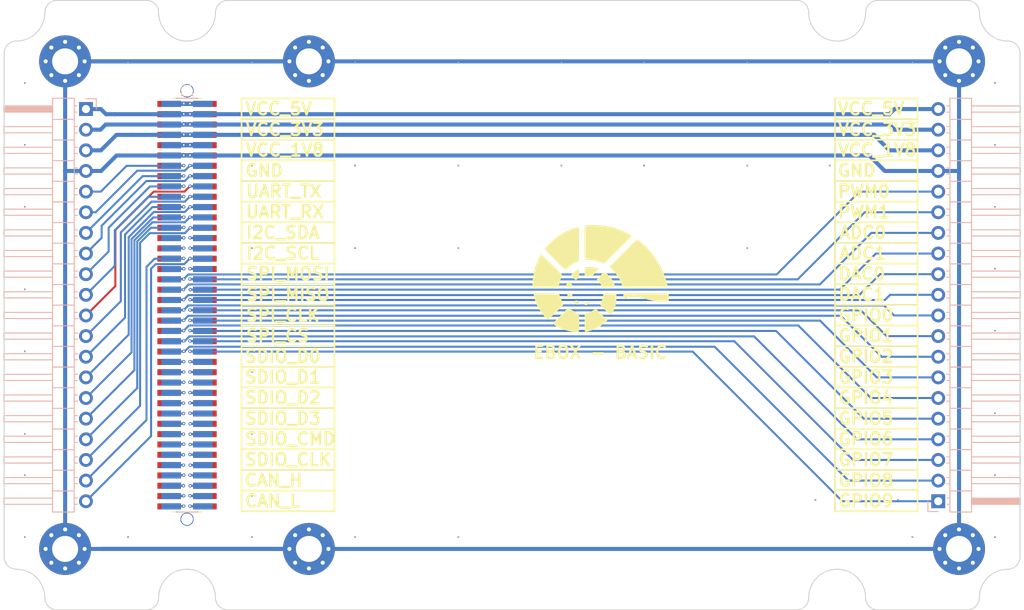
<source format=kicad_pcb>
(kicad_pcb (version 20171130) (host pcbnew 5.0.0-rc2-dev-unknown-0f0d9af~63~ubuntu14.04.1)
  (layers (0 F.Cu signal) (31 B.Cu signal) (34 B.Paste user) (35 F.Paste user) (36 B.SilkS user) (37 F.SilkS user) (38 B.Mask user) (39 F.Mask user) (44 Edge.Cuts user))
  (net 0 "")
  (net 1 /BAT+)
  (net 2 /VCC_5V)
  (net 3 /VCC_1V8)
  (net 4 /VCC_IO)
  (net 5 /UART_TX)
  (net 6 /UART_RX)
  (net 7 /I2C_SDA)
  (net 8 /I2C_SCL)
  (net 9 /SPI_MOSI)
  (net 10 /SPI_CLK)
  (net 11 /SPI_MISO)
  (net 12 /SPI_CS)
  (net 13 /SDIO_D0)
  (net 14 /SDIO_D1)
  (net 15 /SDIO_D2)
  (net 16 /SDIO_D3)
  (net 17 /SDIO_CMD)
  (net 18 /SDIO_CLK)
  (net 19 /I2S_DI)
  (net 20 /I2S_LRCLK)
  (net 21 /I2S_D0)
  (net 22 /I2S_CLK)
  (net 23 /CAH_H)
  (net 24 /CAN_L)
  (net 25 /USB_D+)
  (net 26 /USB_D-)
  (net 27 /PWM0)
  (net 28 /PWM1)
  (net 29 /ADC0)
  (net 30 /ADC1)
  (net 31 /DAC0)
  (net 32 /DAC1)
  (net 33 /GPIO0)
  (net 34 /GPIO1)
  (net 35 /GPIO2)
  (net 36 /GPIO3)
  (net 37 /GPIO4)
  (net 38 /GPIO5)
  (net 39 /GPIO6)
  (net 40 /GPIO7)
  (net 41 /GPIO8)
  (net 42 /GPIO9)
  (net 43 /NC0)
  (net 44 /NC1)
  (net 45 /NC2)
  (net 46 /NC3)
  (net 47 /NC4)
  (net 48 /NC5)
  (net 49 /NC6)
  (net 50 /NC7)
  (net 51 /NC8)
  (net 52 /NC9)
  (net 53 /NC10)
  (net 54 /NC11)
  (net 55 /NC12)
  (net 56 /NC13)
  (net 57 /NC14)
  (net 58 /NC15)
  (net 59 /NC16)
  (net 60 /NC17)
  (net 61 /NC18)
  (net 62 /NC19)
  (net 63 /NC20)
  (net 64 /NC21)
  (net 65 /NC22)
  (net 66 /NC23)
  (net 67 /NC24)
  (net 68 /NC25)
  (net 69 /NC26)
  (net 70 /NC27)
  (net 71 /NC28)
  (net 72 /NC29)
  (net 73 GND)
  (net 74 /VCC_3V3)
  (module xconch:xconch_pinsocket_2x40 (layer B.Cu) (at 22.5 37.5 180)
    (fp_text reference J2 (at 0 26.265 180) (layer B.SilkS) (effects (justify mirror)))
    (fp_text value xconch_pinsocket_2x40)
    (pad "" thru_hole circle (at 0 -26.3398 180) (size 1.6 1.6) (drill 1.4) (layers *.Cu *.Mask))
    (pad "" thru_hole circle (at 0 26.3779 180) (size 1.6 1.6) (drill 1.4) (layers *.Cu *.Mask))
    (pad 79 smd rect (at -1.95 -24.765 180) (size 2.4 0.75) (layers B.Cu B.Paste B.Mask) (net 72 /NC29))
    (pad 80 smd rect (at 1.95 -24.765 180) (size 2.4 0.75) (layers B.Cu B.Paste B.Mask) (net 71 /NC28))
    (pad 77 smd rect (at -1.95 -23.495 180) (size 2.4 0.75) (layers B.Cu B.Paste B.Mask) (net 70 /NC27))
    (pad 78 smd rect (at 1.95 -23.495 180) (size 2.4 0.75) (layers B.Cu B.Paste B.Mask) (net 69 /NC26))
    (pad 75 smd rect (at -1.95 -22.225 180) (size 2.4 0.75) (layers B.Cu B.Paste B.Mask) (net 68 /NC25))
    (pad 76 smd rect (at 1.95 -22.225 180) (size 2.4 0.75) (layers B.Cu B.Paste B.Mask) (net 67 /NC24))
    (pad 73 smd rect (at -1.95 -20.955 180) (size 2.4 0.75) (layers B.Cu B.Paste B.Mask) (net 66 /NC23))
    (pad 74 smd rect (at 1.95 -20.955 180) (size 2.4 0.75) (layers B.Cu B.Paste B.Mask) (net 65 /NC22))
    (pad 71 smd rect (at -1.95 -19.685 180) (size 2.4 0.75) (layers B.Cu B.Paste B.Mask) (net 64 /NC21))
    (pad 72 smd rect (at 1.95 -19.685 180) (size 2.4 0.75) (layers B.Cu B.Paste B.Mask) (net 63 /NC20))
    (pad 69 smd rect (at -1.95 -18.415 180) (size 2.4 0.75) (layers B.Cu B.Paste B.Mask) (net 62 /NC19))
    (pad 70 smd rect (at 1.95 -18.415 180) (size 2.4 0.75) (layers B.Cu B.Paste B.Mask) (net 61 /NC18))
    (pad 67 smd rect (at -1.95 -17.145 180) (size 2.4 0.75) (layers B.Cu B.Paste B.Mask) (net 60 /NC17))
    (pad 68 smd rect (at 1.95 -17.145 180) (size 2.4 0.75) (layers B.Cu B.Paste B.Mask) (net 59 /NC16))
    (pad 65 smd rect (at -1.95 -15.875 180) (size 2.4 0.75) (layers B.Cu B.Paste B.Mask) (net 58 /NC15))
    (pad 66 smd rect (at 1.95 -15.875 180) (size 2.4 0.75) (layers B.Cu B.Paste B.Mask) (net 57 /NC14))
    (pad 63 smd rect (at -1.95 -14.605 180) (size 2.4 0.75) (layers B.Cu B.Paste B.Mask) (net 56 /NC13))
    (pad 64 smd rect (at 1.95 -14.605 180) (size 2.4 0.75) (layers B.Cu B.Paste B.Mask) (net 55 /NC12))
    (pad 61 smd rect (at -1.95 -13.335 180) (size 2.4 0.75) (layers B.Cu B.Paste B.Mask) (net 54 /NC11))
    (pad 62 smd rect (at 1.95 -13.335 180) (size 2.4 0.75) (layers B.Cu B.Paste B.Mask) (net 53 /NC10))
    (pad 59 smd rect (at -1.95 -12.065 180) (size 2.4 0.75) (layers B.Cu B.Paste B.Mask) (net 52 /NC9))
    (pad 60 smd rect (at 1.95 -12.065 180) (size 2.4 0.75) (layers B.Cu B.Paste B.Mask) (net 51 /NC8))
    (pad 57 smd rect (at -1.95 -10.795 180) (size 2.4 0.75) (layers B.Cu B.Paste B.Mask) (net 50 /NC7))
    (pad 58 smd rect (at 1.95 -10.795 180) (size 2.4 0.75) (layers B.Cu B.Paste B.Mask) (net 49 /NC6))
    (pad 55 smd rect (at -1.95 -9.525 180) (size 2.4 0.75) (layers B.Cu B.Paste B.Mask) (net 48 /NC5))
    (pad 56 smd rect (at 1.95 -9.525 180) (size 2.4 0.75) (layers B.Cu B.Paste B.Mask) (net 47 /NC4))
    (pad 53 smd rect (at -1.95 -8.255 180) (size 2.4 0.75) (layers B.Cu B.Paste B.Mask) (net 46 /NC3))
    (pad 54 smd rect (at 1.95 -8.255 180) (size 2.4 0.75) (layers B.Cu B.Paste B.Mask) (net 45 /NC2))
    (pad 51 smd rect (at -1.95 -6.985 180) (size 2.4 0.75) (layers B.Cu B.Paste B.Mask) (net 44 /NC1))
    (pad 52 smd rect (at 1.95 -6.985 180) (size 2.4 0.75) (layers B.Cu B.Paste B.Mask) (net 43 /NC0))
    (pad 49 smd rect (at -1.95 -5.715 180) (size 2.4 0.75) (layers B.Cu B.Paste B.Mask) (net 42 /GPIO9))
    (pad 50 smd rect (at 1.95 -5.715 180) (size 2.4 0.75) (layers B.Cu B.Paste B.Mask) (net 41 /GPIO8))
    (pad 47 smd rect (at -1.95 -4.445 180) (size 2.4 0.75) (layers B.Cu B.Paste B.Mask) (net 40 /GPIO7))
    (pad 48 smd rect (at 1.95 -4.445 180) (size 2.4 0.75) (layers B.Cu B.Paste B.Mask) (net 39 /GPIO6))
    (pad 45 smd rect (at -1.95 -3.175 180) (size 2.4 0.75) (layers B.Cu B.Paste B.Mask) (net 38 /GPIO5))
    (pad 46 smd rect (at 1.95 -3.175 180) (size 2.4 0.75) (layers B.Cu B.Paste B.Mask) (net 37 /GPIO4))
    (pad 43 smd rect (at -1.95 -1.905 180) (size 2.4 0.75) (layers B.Cu B.Paste B.Mask) (net 36 /GPIO3))
    (pad 44 smd rect (at 1.95 -1.905 180) (size 2.4 0.75) (layers B.Cu B.Paste B.Mask) (net 35 /GPIO2))
    (pad 41 smd rect (at -1.95 -0.635 180) (size 2.4 0.75) (layers B.Cu B.Paste B.Mask) (net 34 /GPIO1))
    (pad 42 smd rect (at 1.95 -0.635 180) (size 2.4 0.75) (layers B.Cu B.Paste B.Mask) (net 33 /GPIO0))
    (pad 39 smd rect (at -1.95 0.635 180) (size 2.4 0.75) (layers B.Cu B.Paste B.Mask) (net 32 /DAC1))
    (pad 40 smd rect (at 1.95 0.635 180) (size 2.4 0.75) (layers B.Cu B.Paste B.Mask) (net 31 /DAC0))
    (pad 37 smd rect (at -1.95 1.905 180) (size 2.4 0.75) (layers B.Cu B.Paste B.Mask) (net 30 /ADC1))
    (pad 38 smd rect (at 1.95 1.905 180) (size 2.4 0.75) (layers B.Cu B.Paste B.Mask) (net 29 /ADC0))
    (pad 35 smd rect (at -1.95 3.175 180) (size 2.4 0.75) (layers B.Cu B.Paste B.Mask) (net 28 /PWM1))
    (pad 36 smd rect (at 1.95 3.175 180) (size 2.4 0.75) (layers B.Cu B.Paste B.Mask) (net 27 /PWM0))
    (pad 33 smd rect (at -1.95 4.445 180) (size 2.4 0.75) (layers B.Cu B.Paste B.Mask) (net 26 /USB_D-))
    (pad 34 smd rect (at 1.95 4.445 180) (size 2.4 0.75) (layers B.Cu B.Paste B.Mask) (net 25 /USB_D+))
    (pad 31 smd rect (at -1.95 5.715 180) (size 2.4 0.75) (layers B.Cu B.Paste B.Mask) (net 24 /CAN_L))
    (pad 32 smd rect (at 1.95 5.715 180) (size 2.4 0.75) (layers B.Cu B.Paste B.Mask) (net 23 /CAH_H))
    (pad 29 smd rect (at -1.95 6.985 180) (size 2.4 0.75) (layers B.Cu B.Paste B.Mask) (net 22 /I2S_CLK))
    (pad 30 smd rect (at 1.95 6.985 180) (size 2.4 0.75) (layers B.Cu B.Paste B.Mask) (net 21 /I2S_D0))
    (pad 27 smd rect (at -1.95 8.255 180) (size 2.4 0.75) (layers B.Cu B.Paste B.Mask) (net 20 /I2S_LRCLK))
    (pad 28 smd rect (at 1.95 8.255 180) (size 2.4 0.75) (layers B.Cu B.Paste B.Mask) (net 19 /I2S_DI))
    (pad 25 smd rect (at -1.95 9.525 180) (size 2.4 0.75) (layers B.Cu B.Paste B.Mask) (net 18 /SDIO_CLK))
    (pad 26 smd rect (at 1.95 9.525 180) (size 2.4 0.75) (layers B.Cu B.Paste B.Mask) (net 17 /SDIO_CMD))
    (pad 23 smd rect (at -1.95 10.795 180) (size 2.4 0.75) (layers B.Cu B.Paste B.Mask) (net 16 /SDIO_D3))
    (pad 24 smd rect (at 1.95 10.795 180) (size 2.4 0.75) (layers B.Cu B.Paste B.Mask) (net 15 /SDIO_D2))
    (pad 21 smd rect (at -1.95 12.065 180) (size 2.4 0.75) (layers B.Cu B.Paste B.Mask) (net 14 /SDIO_D1))
    (pad 22 smd rect (at 1.95 12.065 180) (size 2.4 0.75) (layers B.Cu B.Paste B.Mask) (net 13 /SDIO_D0))
    (pad 19 smd rect (at -1.95 13.335 180) (size 2.4 0.75) (layers B.Cu B.Paste B.Mask) (net 12 /SPI_CS))
    (pad 20 smd rect (at 1.95 13.335 180) (size 2.4 0.75) (layers B.Cu B.Paste B.Mask) (net 11 /SPI_MISO))
    (pad 17 smd rect (at -1.95 14.605 180) (size 2.4 0.75) (layers B.Cu B.Paste B.Mask) (net 10 /SPI_CLK))
    (pad 18 smd rect (at 1.95 14.605 180) (size 2.4 0.75) (layers B.Cu B.Paste B.Mask) (net 9 /SPI_MOSI))
    (pad 15 smd rect (at -1.95 15.875 180) (size 2.4 0.75) (layers B.Cu B.Paste B.Mask) (net 8 /I2C_SCL))
    (pad 16 smd rect (at 1.95 15.875 180) (size 2.4 0.75) (layers B.Cu B.Paste B.Mask) (net 7 /I2C_SDA))
    (pad 13 smd rect (at -1.95 17.145 180) (size 2.4 0.75) (layers B.Cu B.Paste B.Mask) (net 6 /UART_RX))
    (pad 14 smd rect (at 1.95 17.145 180) (size 2.4 0.75) (layers B.Cu B.Paste B.Mask) (net 5 /UART_TX))
    (pad 11 smd rect (at -1.95 18.415 180) (size 2.4 0.75) (layers B.Cu B.Paste B.Mask) (net 73 GND))
    (pad 12 smd rect (at 1.95 18.415 180) (size 2.4 0.75) (layers B.Cu B.Paste B.Mask) (net 73 GND))
    (pad 9 smd rect (at -1.95 19.685 180) (size 2.4 0.75) (layers B.Cu B.Paste B.Mask) (net 4 /VCC_IO))
    (pad 10 smd rect (at 1.95 19.685 180) (size 2.4 0.75) (layers B.Cu B.Paste B.Mask) (net 4 /VCC_IO))
    (pad 7 smd rect (at -1.95 20.955 180) (size 2.4 0.75) (layers B.Cu B.Paste B.Mask) (net 3 /VCC_1V8))
    (pad 8 smd rect (at 1.95 20.955 180) (size 2.4 0.75) (layers B.Cu B.Paste B.Mask) (net 3 /VCC_1V8))
    (pad 5 smd rect (at -1.95 22.225 180) (size 2.4 0.75) (layers B.Cu B.Paste B.Mask) (net 74 /VCC_3V3))
    (pad 6 smd rect (at 1.95 22.225 180) (size 2.4 0.75) (layers B.Cu B.Paste B.Mask) (net 74 /VCC_3V3))
    (pad 3 smd rect (at -1.95 23.495 180) (size 2.4 0.75) (layers B.Cu B.Paste B.Mask) (net 2 /VCC_5V))
    (pad 4 smd rect (at 1.95 23.495 180) (size 2.4 0.75) (layers B.Cu B.Paste B.Mask) (net 2 /VCC_5V))
    (pad 1 smd rect (at -1.95 24.765 180) (size 2.4 0.75) (layers B.Cu B.Paste B.Mask) (net 1 /BAT+))
    (pad 2 smd rect (at 1.95 24.765 180) (size 2.4 0.75) (layers B.Cu B.Paste B.Mask) (net 1 /BAT+))
  )
  (module xconch:xconch_pinheader_2x40 (layer F.Cu) (at 22.5 37.5)
    (fp_text reference J1 (at 0 -26.46) (layer F.SilkS))
    (fp_text value xconch_pinheader_2x40)
    (pad 80 smd rect (at 2.2 24.765) (size 2.9 0.74) (layers F.Cu F.Paste F.Mask) (net 72 /NC29))
    (pad 79 smd rect (at -2.2 24.765) (size 2.9 0.74) (layers F.Cu F.Paste F.Mask) (net 71 /NC28))
    (pad 78 smd rect (at 2.2 23.495) (size 2.9 0.74) (layers F.Cu F.Paste F.Mask) (net 70 /NC27))
    (pad 77 smd rect (at -2.2 23.495) (size 2.9 0.74) (layers F.Cu F.Paste F.Mask) (net 69 /NC26))
    (pad 76 smd rect (at 2.2 22.225) (size 2.9 0.74) (layers F.Cu F.Paste F.Mask) (net 68 /NC25))
    (pad 75 smd rect (at -2.2 22.225) (size 2.9 0.74) (layers F.Cu F.Paste F.Mask) (net 67 /NC24))
    (pad 74 smd rect (at 2.2 20.955) (size 2.9 0.74) (layers F.Cu F.Paste F.Mask) (net 66 /NC23))
    (pad 73 smd rect (at -2.2 20.955) (size 2.9 0.74) (layers F.Cu F.Paste F.Mask) (net 65 /NC22))
    (pad 72 smd rect (at 2.2 19.685) (size 2.9 0.74) (layers F.Cu F.Paste F.Mask) (net 64 /NC21))
    (pad 71 smd rect (at -2.2 19.685) (size 2.9 0.74) (layers F.Cu F.Paste F.Mask) (net 63 /NC20))
    (pad 70 smd rect (at 2.2 18.415) (size 2.9 0.74) (layers F.Cu F.Paste F.Mask) (net 62 /NC19))
    (pad 69 smd rect (at -2.2 18.415) (size 2.9 0.74) (layers F.Cu F.Paste F.Mask) (net 61 /NC18))
    (pad 68 smd rect (at 2.2 17.145) (size 2.9 0.74) (layers F.Cu F.Paste F.Mask) (net 60 /NC17))
    (pad 67 smd rect (at -2.2 17.145) (size 2.9 0.74) (layers F.Cu F.Paste F.Mask) (net 59 /NC16))
    (pad 66 smd rect (at 2.2 15.875) (size 2.9 0.74) (layers F.Cu F.Paste F.Mask) (net 58 /NC15))
    (pad 65 smd rect (at -2.2 15.875) (size 2.9 0.74) (layers F.Cu F.Paste F.Mask) (net 57 /NC14))
    (pad 64 smd rect (at 2.2 14.605) (size 2.9 0.74) (layers F.Cu F.Paste F.Mask) (net 56 /NC13))
    (pad 63 smd rect (at -2.2 14.605) (size 2.9 0.74) (layers F.Cu F.Paste F.Mask) (net 55 /NC12))
    (pad 62 smd rect (at 2.2 13.335) (size 2.9 0.74) (layers F.Cu F.Paste F.Mask) (net 54 /NC11))
    (pad 61 smd rect (at -2.2 13.335) (size 2.9 0.74) (layers F.Cu F.Paste F.Mask) (net 53 /NC10))
    (pad 60 smd rect (at 2.2 12.065) (size 2.9 0.74) (layers F.Cu F.Paste F.Mask) (net 52 /NC9))
    (pad 59 smd rect (at -2.2 12.065) (size 2.9 0.74) (layers F.Cu F.Paste F.Mask) (net 51 /NC8))
    (pad 58 smd rect (at 2.2 10.795) (size 2.9 0.74) (layers F.Cu F.Paste F.Mask) (net 50 /NC7))
    (pad 57 smd rect (at -2.2 10.795) (size 2.9 0.74) (layers F.Cu F.Paste F.Mask) (net 49 /NC6))
    (pad 56 smd rect (at 2.2 9.525) (size 2.9 0.74) (layers F.Cu F.Paste F.Mask) (net 48 /NC5))
    (pad 55 smd rect (at -2.2 9.525) (size 2.9 0.74) (layers F.Cu F.Paste F.Mask) (net 47 /NC4))
    (pad 54 smd rect (at 2.2 8.255) (size 2.9 0.74) (layers F.Cu F.Paste F.Mask) (net 46 /NC3))
    (pad 53 smd rect (at -2.2 8.255) (size 2.9 0.74) (layers F.Cu F.Paste F.Mask) (net 45 /NC2))
    (pad 52 smd rect (at 2.2 6.985) (size 2.9 0.74) (layers F.Cu F.Paste F.Mask) (net 44 /NC1))
    (pad 51 smd rect (at -2.2 6.985) (size 2.9 0.74) (layers F.Cu F.Paste F.Mask) (net 43 /NC0))
    (pad 50 smd rect (at 2.2 5.715) (size 2.9 0.74) (layers F.Cu F.Paste F.Mask) (net 42 /GPIO9))
    (pad 49 smd rect (at -2.2 5.715) (size 2.9 0.74) (layers F.Cu F.Paste F.Mask) (net 41 /GPIO8))
    (pad 48 smd rect (at 2.2 4.445) (size 2.9 0.74) (layers F.Cu F.Paste F.Mask) (net 40 /GPIO7))
    (pad 47 smd rect (at -2.2 4.445) (size 2.9 0.74) (layers F.Cu F.Paste F.Mask) (net 39 /GPIO6))
    (pad 46 smd rect (at 2.2 3.175) (size 2.9 0.74) (layers F.Cu F.Paste F.Mask) (net 38 /GPIO5))
    (pad 45 smd rect (at -2.2 3.175) (size 2.9 0.74) (layers F.Cu F.Paste F.Mask) (net 37 /GPIO4))
    (pad 44 smd rect (at 2.2 1.905) (size 2.9 0.74) (layers F.Cu F.Paste F.Mask) (net 36 /GPIO3))
    (pad 43 smd rect (at -2.2 1.905) (size 2.9 0.74) (layers F.Cu F.Paste F.Mask) (net 35 /GPIO2))
    (pad 42 smd rect (at 2.2 0.635) (size 2.9 0.74) (layers F.Cu F.Paste F.Mask) (net 34 /GPIO1))
    (pad 41 smd rect (at -2.2 0.635) (size 2.9 0.74) (layers F.Cu F.Paste F.Mask) (net 33 /GPIO0))
    (pad 40 smd rect (at 2.2 -0.635) (size 2.9 0.74) (layers F.Cu F.Paste F.Mask) (net 32 /DAC1))
    (pad 39 smd rect (at -2.2 -0.635) (size 2.9 0.74) (layers F.Cu F.Paste F.Mask) (net 31 /DAC0))
    (pad 38 smd rect (at 2.2 -1.905) (size 2.9 0.74) (layers F.Cu F.Paste F.Mask) (net 30 /ADC1))
    (pad 37 smd rect (at -2.2 -1.905) (size 2.9 0.74) (layers F.Cu F.Paste F.Mask) (net 29 /ADC0))
    (pad 36 smd rect (at 2.2 -3.175) (size 2.9 0.74) (layers F.Cu F.Paste F.Mask) (net 28 /PWM1))
    (pad 35 smd rect (at -2.2 -3.175) (size 2.9 0.74) (layers F.Cu F.Paste F.Mask) (net 27 /PWM0))
    (pad 34 smd rect (at 2.2 -4.445) (size 2.9 0.74) (layers F.Cu F.Paste F.Mask) (net 26 /USB_D-))
    (pad 33 smd rect (at -2.2 -4.445) (size 2.9 0.74) (layers F.Cu F.Paste F.Mask) (net 25 /USB_D+))
    (pad 32 smd rect (at 2.2 -5.715) (size 2.9 0.74) (layers F.Cu F.Paste F.Mask) (net 24 /CAN_L))
    (pad 31 smd rect (at -2.2 -5.715) (size 2.9 0.74) (layers F.Cu F.Paste F.Mask) (net 23 /CAH_H))
    (pad 30 smd rect (at 2.2 -6.985) (size 2.9 0.74) (layers F.Cu F.Paste F.Mask) (net 22 /I2S_CLK))
    (pad 29 smd rect (at -2.2 -6.985) (size 2.9 0.74) (layers F.Cu F.Paste F.Mask) (net 21 /I2S_D0))
    (pad 28 smd rect (at 2.2 -8.255) (size 2.9 0.74) (layers F.Cu F.Paste F.Mask) (net 20 /I2S_LRCLK))
    (pad 27 smd rect (at -2.2 -8.255) (size 2.9 0.74) (layers F.Cu F.Paste F.Mask) (net 19 /I2S_DI))
    (pad 26 smd rect (at 2.2 -9.525) (size 2.9 0.74) (layers F.Cu F.Paste F.Mask) (net 18 /SDIO_CLK))
    (pad 25 smd rect (at -2.2 -9.525) (size 2.9 0.74) (layers F.Cu F.Paste F.Mask) (net 17 /SDIO_CMD))
    (pad 24 smd rect (at 2.2 -10.795) (size 2.9 0.74) (layers F.Cu F.Paste F.Mask) (net 16 /SDIO_D3))
    (pad 23 smd rect (at -2.2 -10.795) (size 2.9 0.74) (layers F.Cu F.Paste F.Mask) (net 15 /SDIO_D2))
    (pad 22 smd rect (at 2.2 -12.065) (size 2.9 0.74) (layers F.Cu F.Paste F.Mask) (net 14 /SDIO_D1))
    (pad 21 smd rect (at -2.2 -12.065) (size 2.9 0.74) (layers F.Cu F.Paste F.Mask) (net 13 /SDIO_D0))
    (pad 20 smd rect (at 2.2 -13.335) (size 2.9 0.74) (layers F.Cu F.Paste F.Mask) (net 12 /SPI_CS))
    (pad 19 smd rect (at -2.2 -13.335) (size 2.9 0.74) (layers F.Cu F.Paste F.Mask) (net 11 /SPI_MISO))
    (pad 18 smd rect (at 2.2 -14.605) (size 2.9 0.74) (layers F.Cu F.Paste F.Mask) (net 10 /SPI_CLK))
    (pad 17 smd rect (at -2.2 -14.605) (size 2.9 0.74) (layers F.Cu F.Paste F.Mask) (net 9 /SPI_MOSI))
    (pad 16 smd rect (at 2.2 -15.875) (size 2.9 0.74) (layers F.Cu F.Paste F.Mask) (net 8 /I2C_SCL))
    (pad 15 smd rect (at -2.2 -15.875) (size 2.9 0.74) (layers F.Cu F.Paste F.Mask) (net 7 /I2C_SDA))
    (pad 14 smd rect (at 2.2 -17.145) (size 2.9 0.74) (layers F.Cu F.Paste F.Mask) (net 6 /UART_RX))
    (pad 13 smd rect (at -2.2 -17.145) (size 2.9 0.74) (layers F.Cu F.Paste F.Mask) (net 5 /UART_TX))
    (pad 12 smd rect (at 2.2 -18.415) (size 2.9 0.74) (layers F.Cu F.Paste F.Mask) (net 73 GND))
    (pad 11 smd rect (at -2.2 -18.415) (size 2.9 0.74) (layers F.Cu F.Paste F.Mask) (net 73 GND))
    (pad 10 smd rect (at 2.2 -19.685) (size 2.9 0.74) (layers F.Cu F.Paste F.Mask) (net 4 /VCC_IO))
    (pad 9 smd rect (at -2.2 -19.685) (size 2.9 0.74) (layers F.Cu F.Paste F.Mask) (net 4 /VCC_IO))
    (pad 8 smd rect (at 2.2 -20.955) (size 2.9 0.74) (layers F.Cu F.Paste F.Mask) (net 3 /VCC_1V8))
    (pad 7 smd rect (at -2.2 -20.955) (size 2.9 0.74) (layers F.Cu F.Paste F.Mask) (net 3 /VCC_1V8))
    (pad 6 smd rect (at 2.2 -22.225) (size 2.9 0.74) (layers F.Cu F.Paste F.Mask) (net 74 /VCC_3V3))
    (pad 5 smd rect (at -2.2 -22.225) (size 2.9 0.74) (layers F.Cu F.Paste F.Mask) (net 74 /VCC_3V3))
    (pad 4 smd rect (at 2.2 -23.495) (size 2.9 0.74) (layers F.Cu F.Paste F.Mask) (net 2 /VCC_5V))
    (pad 3 smd rect (at -2.2 -23.495) (size 2.9 0.74) (layers F.Cu F.Paste F.Mask) (net 2 /VCC_5V))
    (pad 2 smd rect (at 2.2 -24.765) (size 2.9 0.74) (layers F.Cu F.Paste F.Mask) (net 1 /BAT+))
    (pad 1 smd rect (at -2.2 -24.765) (size 2.9 0.74) (layers F.Cu F.Paste F.Mask) (net 1 /BAT+))
    (pad "" thru_hole circle (at 0.0127 -26.3779) (size 1.6 1.6) (drill 1.4) (layers *.Cu *.Mask))
    (pad "" thru_hole circle (at 0 26.3398) (size 1.6 1.6) (drill 1.4) (layers *.Cu *.Mask))
  )
  (module MountingHole:MountingHole_3.2mm_M3_Pad_Via (layer F.Cu) (at 7.5 7.5)
    (fp_text reference MK1 hide)
    (fp_text value Mounting_Hole_PAD)
    (pad 1 thru_hole circle (at 1.697056 -1.697056) (size 0.8 0.8) (drill 0.5) (layers *.Cu *.Mask) (net 73 GND))
    (pad 1 thru_hole circle (at 0 -2.4) (size 0.8 0.8) (drill 0.5) (layers *.Cu *.Mask) (net 73 GND))
    (pad 1 thru_hole circle (at -1.697056 -1.697056) (size 0.8 0.8) (drill 0.5) (layers *.Cu *.Mask) (net 73 GND))
    (pad 1 thru_hole circle (at -2.4 0) (size 0.8 0.8) (drill 0.5) (layers *.Cu *.Mask) (net 73 GND))
    (pad 1 thru_hole circle (at -1.697056 1.697056) (size 0.8 0.8) (drill 0.5) (layers *.Cu *.Mask) (net 73 GND))
    (pad 1 thru_hole circle (at 0 2.4) (size 0.8 0.8) (drill 0.5) (layers *.Cu *.Mask) (net 73 GND))
    (pad 1 thru_hole circle (at 1.697056 1.697056) (size 0.8 0.8) (drill 0.5) (layers *.Cu *.Mask) (net 73 GND))
    (pad 1 thru_hole circle (at 2.4 0) (size 0.8 0.8) (drill 0.5) (layers *.Cu *.Mask) (net 73 GND))
    (pad 1 thru_hole circle (at 0 0) (size 6.4 6.4) (drill 3.2) (layers *.Cu *.Mask) (net 73 GND))
  )
  (module MountingHole:MountingHole_3.2mm_M3_Pad_Via (layer F.Cu) (at 37.5 7.5)
    (fp_text reference MK2 hide)
    (fp_text value Mounting_Hole_PAD)
    (pad 1 thru_hole circle (at 1.697056 -1.697056) (size 0.8 0.8) (drill 0.5) (layers *.Cu *.Mask) (net 73 GND))
    (pad 1 thru_hole circle (at 0 -2.4) (size 0.8 0.8) (drill 0.5) (layers *.Cu *.Mask) (net 73 GND))
    (pad 1 thru_hole circle (at -1.697056 -1.697056) (size 0.8 0.8) (drill 0.5) (layers *.Cu *.Mask) (net 73 GND))
    (pad 1 thru_hole circle (at -2.4 0) (size 0.8 0.8) (drill 0.5) (layers *.Cu *.Mask) (net 73 GND))
    (pad 1 thru_hole circle (at -1.697056 1.697056) (size 0.8 0.8) (drill 0.5) (layers *.Cu *.Mask) (net 73 GND))
    (pad 1 thru_hole circle (at 0 2.4) (size 0.8 0.8) (drill 0.5) (layers *.Cu *.Mask) (net 73 GND))
    (pad 1 thru_hole circle (at 1.697056 1.697056) (size 0.8 0.8) (drill 0.5) (layers *.Cu *.Mask) (net 73 GND))
    (pad 1 thru_hole circle (at 2.4 0) (size 0.8 0.8) (drill 0.5) (layers *.Cu *.Mask) (net 73 GND))
    (pad 1 thru_hole circle (at 0 0) (size 6.4 6.4) (drill 3.2) (layers *.Cu *.Mask) (net 73 GND))
  )
  (module MountingHole:MountingHole_3.2mm_M3_Pad_Via (layer F.Cu) (at 7.5 67.5)
    (fp_text reference MK3 hide)
    (fp_text value Mounting_Hole_PAD)
    (pad 1 thru_hole circle (at 1.697056 -1.697056) (size 0.8 0.8) (drill 0.5) (layers *.Cu *.Mask) (net 73 GND))
    (pad 1 thru_hole circle (at 0 -2.4) (size 0.8 0.8) (drill 0.5) (layers *.Cu *.Mask) (net 73 GND))
    (pad 1 thru_hole circle (at -1.697056 -1.697056) (size 0.8 0.8) (drill 0.5) (layers *.Cu *.Mask) (net 73 GND))
    (pad 1 thru_hole circle (at -2.4 0) (size 0.8 0.8) (drill 0.5) (layers *.Cu *.Mask) (net 73 GND))
    (pad 1 thru_hole circle (at -1.697056 1.697056) (size 0.8 0.8) (drill 0.5) (layers *.Cu *.Mask) (net 73 GND))
    (pad 1 thru_hole circle (at 0 2.4) (size 0.8 0.8) (drill 0.5) (layers *.Cu *.Mask) (net 73 GND))
    (pad 1 thru_hole circle (at 1.697056 1.697056) (size 0.8 0.8) (drill 0.5) (layers *.Cu *.Mask) (net 73 GND))
    (pad 1 thru_hole circle (at 2.4 0) (size 0.8 0.8) (drill 0.5) (layers *.Cu *.Mask) (net 73 GND))
    (pad 1 thru_hole circle (at 0 0) (size 6.4 6.4) (drill 3.2) (layers *.Cu *.Mask) (net 73 GND))
  )
  (module MountingHole:MountingHole_3.2mm_M3_Pad_Via (layer F.Cu) (at 37.5 67.5)
    (fp_text reference MK4 hide)
    (fp_text value Mounting_Hole_PAD)
    (pad 1 thru_hole circle (at 1.697056 -1.697056) (size 0.8 0.8) (drill 0.5) (layers *.Cu *.Mask) (net 73 GND))
    (pad 1 thru_hole circle (at 0 -2.4) (size 0.8 0.8) (drill 0.5) (layers *.Cu *.Mask) (net 73 GND))
    (pad 1 thru_hole circle (at -1.697056 -1.697056) (size 0.8 0.8) (drill 0.5) (layers *.Cu *.Mask) (net 73 GND))
    (pad 1 thru_hole circle (at -2.4 0) (size 0.8 0.8) (drill 0.5) (layers *.Cu *.Mask) (net 73 GND))
    (pad 1 thru_hole circle (at -1.697056 1.697056) (size 0.8 0.8) (drill 0.5) (layers *.Cu *.Mask) (net 73 GND))
    (pad 1 thru_hole circle (at 0 2.4) (size 0.8 0.8) (drill 0.5) (layers *.Cu *.Mask) (net 73 GND))
    (pad 1 thru_hole circle (at 1.697056 1.697056) (size 0.8 0.8) (drill 0.5) (layers *.Cu *.Mask) (net 73 GND))
    (pad 1 thru_hole circle (at 2.4 0) (size 0.8 0.8) (drill 0.5) (layers *.Cu *.Mask) (net 73 GND))
    (pad 1 thru_hole circle (at 0 0) (size 6.4 6.4) (drill 3.2) (layers *.Cu *.Mask) (net 73 GND))
  )
  (module Connector_PinHeader_2.54mm:PinHeader_1x20_P2.54mm_Horizontal (layer B.Cu) (at 10.06 13.37 180)
    (fp_text reference J3 hide)
    (fp_text value Conn_01x20)
    (pad 1 thru_hole rect (at 0 0 180) (size 1.7 1.7) (drill 1) (layers *.Cu *.Mask) (net 2 /VCC_5V))
    (pad 2 thru_hole oval (at 0 -2.54 180) (size 1.7 1.7) (drill 1) (layers *.Cu *.Mask) (net 74 /VCC_3V3))
    (pad 3 thru_hole oval (at 0 -5.08 180) (size 1.7 1.7) (drill 1) (layers *.Cu *.Mask) (net 3 /VCC_1V8))
    (pad 4 thru_hole oval (at 0 -7.62 180) (size 1.7 1.7) (drill 1) (layers *.Cu *.Mask) (net 73 GND))
    (pad 5 thru_hole oval (at 0 -10.16 180) (size 1.7 1.7) (drill 1) (layers *.Cu *.Mask) (net 5 /UART_TX))
    (pad 6 thru_hole oval (at 0 -12.7 180) (size 1.7 1.7) (drill 1) (layers *.Cu *.Mask) (net 6 /UART_RX))
    (pad 7 thru_hole oval (at 0 -15.24 180) (size 1.7 1.7) (drill 1) (layers *.Cu *.Mask) (net 7 /I2C_SDA))
    (pad 8 thru_hole oval (at 0 -17.78 180) (size 1.7 1.7) (drill 1) (layers *.Cu *.Mask) (net 8 /I2C_SCL))
    (pad 9 thru_hole oval (at 0 -20.32 180) (size 1.7 1.7) (drill 1) (layers *.Cu *.Mask) (net 9 /SPI_MOSI))
    (pad 10 thru_hole oval (at 0 -22.86 180) (size 1.7 1.7) (drill 1) (layers *.Cu *.Mask) (net 11 /SPI_MISO))
    (pad 11 thru_hole oval (at 0 -25.4 180) (size 1.7 1.7) (drill 1) (layers *.Cu *.Mask) (net 10 /SPI_CLK))
    (pad 12 thru_hole oval (at 0 -27.94 180) (size 1.7 1.7) (drill 1) (layers *.Cu *.Mask) (net 12 /SPI_CS))
    (pad 13 thru_hole oval (at 0 -30.48 180) (size 1.7 1.7) (drill 1) (layers *.Cu *.Mask) (net 13 /SDIO_D0))
    (pad 14 thru_hole oval (at 0 -33.02 180) (size 1.7 1.7) (drill 1) (layers *.Cu *.Mask) (net 14 /SDIO_D1))
    (pad 15 thru_hole oval (at 0 -35.56 180) (size 1.7 1.7) (drill 1) (layers *.Cu *.Mask) (net 15 /SDIO_D2))
    (pad 16 thru_hole oval (at 0 -38.1 180) (size 1.7 1.7) (drill 1) (layers *.Cu *.Mask) (net 16 /SDIO_D3))
    (pad 17 thru_hole oval (at 0 -40.64 180) (size 1.7 1.7) (drill 1) (layers *.Cu *.Mask) (net 17 /SDIO_CMD))
    (pad 18 thru_hole oval (at 0 -43.18 180) (size 1.7 1.7) (drill 1) (layers *.Cu *.Mask) (net 18 /SDIO_CLK))
    (pad 19 thru_hole oval (at 0 -45.72 180) (size 1.7 1.7) (drill 1) (layers *.Cu *.Mask) (net 23 /CAH_H))
    (pad 20 thru_hole oval (at 0 -48.26 180) (size 1.7 1.7) (drill 1) (layers *.Cu *.Mask) (net 24 /CAN_L))
  )
  (module Connector_PinHeader_2.54mm:PinHeader_1x20_P2.54mm_Horizontal (layer B.Cu) (at 114.94 61.63)
    (fp_text reference J4 hide)
    (fp_text value Conn_01x20)
    (pad 20 thru_hole oval (at 0 -48.26) (size 1.7 1.7) (drill 1) (layers *.Cu *.Mask) (net 2 /VCC_5V))
    (pad 19 thru_hole oval (at 0 -45.72) (size 1.7 1.7) (drill 1) (layers *.Cu *.Mask) (net 74 /VCC_3V3))
    (pad 18 thru_hole oval (at 0 -43.18) (size 1.7 1.7) (drill 1) (layers *.Cu *.Mask) (net 3 /VCC_1V8))
    (pad 17 thru_hole oval (at 0 -40.64) (size 1.7 1.7) (drill 1) (layers *.Cu *.Mask) (net 73 GND))
    (pad 16 thru_hole oval (at 0 -38.1) (size 1.7 1.7) (drill 1) (layers *.Cu *.Mask) (net 27 /PWM0))
    (pad 15 thru_hole oval (at 0 -35.56) (size 1.7 1.7) (drill 1) (layers *.Cu *.Mask) (net 28 /PWM1))
    (pad 14 thru_hole oval (at 0 -33.02) (size 1.7 1.7) (drill 1) (layers *.Cu *.Mask) (net 29 /ADC0))
    (pad 13 thru_hole oval (at 0 -30.48) (size 1.7 1.7) (drill 1) (layers *.Cu *.Mask) (net 30 /ADC1))
    (pad 12 thru_hole oval (at 0 -27.94) (size 1.7 1.7) (drill 1) (layers *.Cu *.Mask) (net 31 /DAC0))
    (pad 11 thru_hole oval (at 0 -25.4) (size 1.7 1.7) (drill 1) (layers *.Cu *.Mask) (net 32 /DAC1))
    (pad 10 thru_hole oval (at 0 -22.86) (size 1.7 1.7) (drill 1) (layers *.Cu *.Mask) (net 33 /GPIO0))
    (pad 9 thru_hole oval (at 0 -20.32) (size 1.7 1.7) (drill 1) (layers *.Cu *.Mask) (net 34 /GPIO1))
    (pad 8 thru_hole oval (at 0 -17.78) (size 1.7 1.7) (drill 1) (layers *.Cu *.Mask) (net 35 /GPIO2))
    (pad 7 thru_hole oval (at 0 -15.24) (size 1.7 1.7) (drill 1) (layers *.Cu *.Mask) (net 36 /GPIO3))
    (pad 6 thru_hole oval (at 0 -12.7) (size 1.7 1.7) (drill 1) (layers *.Cu *.Mask) (net 37 /GPIO4))
    (pad 5 thru_hole oval (at 0 -10.16) (size 1.7 1.7) (drill 1) (layers *.Cu *.Mask) (net 38 /GPIO5))
    (pad 4 thru_hole oval (at 0 -7.62) (size 1.7 1.7) (drill 1) (layers *.Cu *.Mask) (net 39 /GPIO6))
    (pad 3 thru_hole oval (at 0 -5.08) (size 1.7 1.7) (drill 1) (layers *.Cu *.Mask) (net 40 /GPIO7))
    (pad 2 thru_hole oval (at 0 -2.54) (size 1.7 1.7) (drill 1) (layers *.Cu *.Mask) (net 41 /GPIO8))
    (pad 1 thru_hole rect (at 0 0) (size 1.7 1.7) (drill 1) (layers *.Cu *.Mask) (net 42 /GPIO9))
  )
  (module xconch:xconch_logo (layer F.Cu) (at 71.08952 35.76828)
    (fp_text reference "" hide)
    (fp_text value "" hide)
  )
  (module MountingHole:MountingHole_3.2mm_M3_Pad_Via (layer F.Cu) (at 117.5 7.5)
    (fp_text reference MK5 hide)
    (fp_text value Mounting_Hole_PAD)
    (pad 1 thru_hole circle (at 0 0) (size 6.4 6.4) (drill 3.2) (layers *.Cu *.Mask) (net 73 GND))
    (pad 1 thru_hole circle (at 2.4 0) (size 0.8 0.8) (drill 0.5) (layers *.Cu *.Mask) (net 73 GND))
    (pad 1 thru_hole circle (at 1.697056 1.697056) (size 0.8 0.8) (drill 0.5) (layers *.Cu *.Mask) (net 73 GND))
    (pad 1 thru_hole circle (at 0 2.4) (size 0.8 0.8) (drill 0.5) (layers *.Cu *.Mask) (net 73 GND))
    (pad 1 thru_hole circle (at -1.697056 1.697056) (size 0.8 0.8) (drill 0.5) (layers *.Cu *.Mask) (net 73 GND))
    (pad 1 thru_hole circle (at -2.4 0) (size 0.8 0.8) (drill 0.5) (layers *.Cu *.Mask) (net 73 GND))
    (pad 1 thru_hole circle (at -1.697056 -1.697056) (size 0.8 0.8) (drill 0.5) (layers *.Cu *.Mask) (net 73 GND))
    (pad 1 thru_hole circle (at 0 -2.4) (size 0.8 0.8) (drill 0.5) (layers *.Cu *.Mask) (net 73 GND))
    (pad 1 thru_hole circle (at 1.697056 -1.697056) (size 0.8 0.8) (drill 0.5) (layers *.Cu *.Mask) (net 73 GND))
  )
  (module MountingHole:MountingHole_3.2mm_M3_Pad_Via (layer F.Cu) (at 117.5 67.5)
    (fp_text reference MK6 hide)
    (fp_text value Mounting_Hole_PAD)
    (pad 1 thru_hole circle (at 1.697056 -1.697056) (size 0.8 0.8) (drill 0.5) (layers *.Cu *.Mask) (net 73 GND))
    (pad 1 thru_hole circle (at 0 -2.4) (size 0.8 0.8) (drill 0.5) (layers *.Cu *.Mask) (net 73 GND))
    (pad 1 thru_hole circle (at -1.697056 -1.697056) (size 0.8 0.8) (drill 0.5) (layers *.Cu *.Mask) (net 73 GND))
    (pad 1 thru_hole circle (at -2.4 0) (size 0.8 0.8) (drill 0.5) (layers *.Cu *.Mask) (net 73 GND))
    (pad 1 thru_hole circle (at -1.697056 1.697056) (size 0.8 0.8) (drill 0.5) (layers *.Cu *.Mask) (net 73 GND))
    (pad 1 thru_hole circle (at 0 2.4) (size 0.8 0.8) (drill 0.5) (layers *.Cu *.Mask) (net 73 GND))
    (pad 1 thru_hole circle (at 1.697056 1.697056) (size 0.8 0.8) (drill 0.5) (layers *.Cu *.Mask) (net 73 GND))
    (pad 1 thru_hole circle (at 2.4 0) (size 0.8 0.8) (drill 0.5) (layers *.Cu *.Mask) (net 73 GND))
    (pad 1 thru_hole circle (at 0 0) (size 6.4 6.4) (drill 3.2) (layers *.Cu *.Mask) (net 73 GND))
  )
  (gr_line (start 102.2604 60.2234) (end 112.3442 60.2234) (layer F.SilkS) (width 0.2))
  (gr_line (start 102.235 57.785) (end 112.395 57.785) (layer F.SilkS) (width 0.2))
  (gr_line (start 102.235 55.245) (end 112.395 55.245) (layer F.SilkS) (width 0.2))
  (gr_line (start 102.235 52.705) (end 112.395 52.705) (layer F.SilkS) (width 0.2))
  (gr_line (start 102.235 50.165) (end 112.395 50.165) (layer F.SilkS) (width 0.2))
  (gr_line (start 102.235 47.625) (end 112.395 47.625) (layer F.SilkS) (width 0.2))
  (gr_line (start 102.235 45.085) (end 112.395 45.085) (layer F.SilkS) (width 0.2))
  (gr_line (start 102.235 42.545) (end 112.395 42.545) (layer F.SilkS) (width 0.2))
  (gr_line (start 102.235 40.005) (end 112.395 40.005) (layer F.SilkS) (width 0.2))
  (gr_line (start 102.235 37.465) (end 112.395 37.465) (layer F.SilkS) (width 0.2))
  (gr_line (start 102.235 34.925) (end 112.395 34.925) (layer F.SilkS) (width 0.2))
  (gr_line (start 102.235 32.385) (end 112.395 32.385) (layer F.SilkS) (width 0.2))
  (gr_line (start 102.235 29.845) (end 112.395 29.845) (layer F.SilkS) (width 0.2))
  (gr_line (start 102.235 27.305) (end 112.395 27.305) (layer F.SilkS) (width 0.2))
  (gr_line (start 102.235 24.765) (end 112.395 24.765) (layer F.SilkS) (width 0.2))
  (gr_line (start 102.235 22.225) (end 112.395 22.225) (layer F.SilkS) (width 0.2))
  (gr_line (start 102.235 19.685) (end 112.395 19.685) (layer F.SilkS) (width 0.2))
  (gr_line (start 112.395 17.145) (end 102.235 17.145) (layer F.SilkS) (width 0.2))
  (gr_line (start 102.235 14.605) (end 112.395 14.605) (layer F.SilkS) (width 0.2))
  (gr_line (start 112.395 12.065) (end 102.235 12.065) (layer F.SilkS) (width 0.2))
  (gr_line (start 112.395 62.865) (end 112.395 12.065) (layer F.SilkS) (width 0.2))
  (gr_line (start 102.235 62.865) (end 112.395 62.865) (layer F.SilkS) (width 0.2))
  (gr_line (start 102.235 12.065) (end 102.235 62.865) (layer F.SilkS) (width 0.2))
  (gr_text GPIO9 (at 106.045 61.595) (layer F.SilkS) (effects (font (size 1.5 1.5) (thickness 0.3))))
  (gr_text GPIO8 (at 106.045 59.055) (layer F.SilkS) (effects (font (size 1.5 1.5) (thickness 0.3))))
  (gr_text GPIO7 (at 106.045 56.515) (layer F.SilkS) (effects (font (size 1.5 1.5) (thickness 0.3))))
  (gr_text GPIO6 (at 106.045 53.975) (layer F.SilkS) (effects (font (size 1.5 1.5) (thickness 0.3))))
  (gr_text GPIO5 (at 106.045 51.435) (layer F.SilkS) (effects (font (size 1.5 1.5) (thickness 0.3))))
  (gr_text GPIO4 (at 106.045 48.895) (layer F.SilkS) (effects (font (size 1.5 1.5) (thickness 0.3))))
  (gr_text GPIO3 (at 106.045 46.355) (layer F.SilkS) (effects (font (size 1.5 1.5) (thickness 0.3))))
  (gr_text GPIO2 (at 106.045 43.815) (layer F.SilkS) (effects (font (size 1.5 1.5) (thickness 0.3))))
  (gr_text GPIO1 (at 106.045 41.275) (layer F.SilkS) (effects (font (size 1.5 1.5) (thickness 0.3))))
  (gr_text GPIO0 (at 106.045 38.735) (layer F.SilkS) (effects (font (size 1.5 1.5) (thickness 0.3))))
  (gr_text DAC1 (at 105.537 36.195) (layer F.SilkS) (effects (font (size 1.5 1.5) (thickness 0.3))))
  (gr_text DAC0 (at 105.537 33.655) (layer F.SilkS) (effects (font (size 1.5 1.5) (thickness 0.3))))
  (gr_text ADC1 (at 105.664 31.115) (layer F.SilkS) (effects (font (size 1.5 1.5) (thickness 0.3))))
  (gr_text ADC0 (at 105.664 28.575) (layer F.SilkS) (effects (font (size 1.5 1.5) (thickness 0.3))))
  (gr_text PWM1 (at 105.791 26.035) (layer F.SilkS) (effects (font (size 1.5 1.5) (thickness 0.3))))
  (gr_text PWM0 (at 105.791 23.495) (layer F.SilkS) (effects (font (size 1.5 1.5) (thickness 0.3))))
  (gr_text GND (at 104.902 20.955) (layer F.SilkS) (effects (font (size 1.5 1.5) (thickness 0.3))))
  (gr_text VCC_1V8 (at 107.442 18.415) (layer F.SilkS) (effects (font (size 1.5 1.5) (thickness 0.3))))
  (gr_text VCC_3V3 (at 107.442 15.875) (layer F.SilkS) (effects (font (size 1.5 1.5) (thickness 0.3))))
  (gr_text VCC_5V (at 106.68 13.335) (layer F.SilkS) (effects (font (size 1.5 1.5) (thickness 0.3))))
  (gr_line (start 40.64 60.325) (end 29.21 60.325) (layer F.SilkS) (width 0.2))
  (gr_line (start 29.21 57.785) (end 40.64 57.785) (layer F.SilkS) (width 0.2))
  (gr_line (start 40.64 55.245) (end 29.21 55.245) (layer F.SilkS) (width 0.2))
  (gr_line (start 29.21 52.705) (end 40.64 52.705) (layer F.SilkS) (width 0.2))
  (gr_line (start 40.64 50.165) (end 29.21 50.165) (layer F.SilkS) (width 0.2))
  (gr_line (start 29.21 47.625) (end 40.64 47.625) (layer F.SilkS) (width 0.2))
  (gr_line (start 40.64 45.085) (end 29.21 45.085) (layer F.SilkS) (width 0.2))
  (gr_line (start 29.21 42.545) (end 40.64 42.545) (layer F.SilkS) (width 0.2))
  (gr_line (start 40.64 40.005) (end 29.21 40.005) (layer F.SilkS) (width 0.2))
  (gr_line (start 29.21 37.465) (end 40.64 37.465) (layer F.SilkS) (width 0.2))
  (gr_line (start 40.64 34.925) (end 29.21 34.925) (layer F.SilkS) (width 0.2))
  (gr_line (start 29.21 32.385) (end 40.64 32.385) (layer F.SilkS) (width 0.2))
  (gr_line (start 40.64 29.845) (end 29.21 29.845) (layer F.SilkS) (width 0.2))
  (gr_line (start 29.21 27.305) (end 40.64 27.305) (layer F.SilkS) (width 0.2))
  (gr_line (start 29.21 24.765) (end 40.64 24.765) (layer F.SilkS) (width 0.2))
  (gr_line (start 40.64 22.225) (end 29.21 22.225) (layer F.SilkS) (width 0.2))
  (gr_line (start 29.21 19.685) (end 40.64 19.685) (layer F.SilkS) (width 0.2))
  (gr_line (start 40.64 17.145) (end 29.21 17.145) (layer F.SilkS) (width 0.2))
  (gr_line (start 29.21 14.605) (end 40.64 14.605) (layer F.SilkS) (width 0.2))
  (gr_line (start 40.64 12.065) (end 29.21 12.065) (layer F.SilkS) (width 0.2))
  (gr_line (start 40.64 62.865) (end 40.64 12.065) (layer F.SilkS) (width 0.2))
  (gr_line (start 29.21 62.865) (end 40.64 62.865) (layer F.SilkS) (width 0.2))
  (gr_line (start 29.21 12.065) (end 29.21 62.865) (layer F.SilkS) (width 0.2))
  (gr_text CAN_L (at 33.02 61.595) (layer F.SilkS) (effects (font (size 1.5 1.5) (thickness 0.3))))
  (gr_text CAN_H (at 33.147 59.055) (layer F.SilkS) (effects (font (size 1.5 1.5) (thickness 0.3))))
  (gr_text SDIO_CLK (at 34.925 56.515) (layer F.SilkS) (effects (font (size 1.5 1.5) (thickness 0.3))))
  (gr_text SDIO_CMD (at 35.179 53.975) (layer F.SilkS) (effects (font (size 1.5 1.5) (thickness 0.3))))
  (gr_text SDIO_D3 (at 34.29 51.435) (layer F.SilkS) (effects (font (size 1.5 1.5) (thickness 0.3))))
  (gr_text SDIO_D2 (at 34.29 48.895) (layer F.SilkS) (effects (font (size 1.5 1.5) (thickness 0.3))))
  (gr_text SDIO_D1 (at 34.29 46.355) (layer F.SilkS) (effects (font (size 1.5 1.5) (thickness 0.3))))
  (gr_text SDIO_D0 (at 34.29 43.815) (layer F.SilkS) (effects (font (size 1.5 1.5) (thickness 0.3))))
  (gr_text SPI_CS (at 33.655 41.275) (layer F.SilkS) (effects (font (size 1.5 1.5) (thickness 0.3))))
  (gr_text SPI_CLK (at 34.29 38.735) (layer F.SilkS) (effects (font (size 1.5 1.5) (thickness 0.3))))
  (gr_text SPI_MISO (at 34.925 36.195) (layer F.SilkS) (effects (font (size 1.5 1.5) (thickness 0.3))))
  (gr_text SPI_MOSI (at 34.925 33.655) (layer F.SilkS) (effects (font (size 1.5 1.5) (thickness 0.3))))
  (gr_text I2C_SCL (at 34.29 31.115) (layer F.SilkS) (effects (font (size 1.5 1.5) (thickness 0.3))))
  (gr_text I2C_SDA (at 34.29 28.575) (layer F.SilkS) (effects (font (size 1.5 1.5) (thickness 0.3))))
  (gr_text UART_RX (at 34.544 26.035) (layer F.SilkS) (effects (font (size 1.5 1.5) (thickness 0.3))))
  (gr_text UART_TX (at 34.417 23.495) (layer F.SilkS) (effects (font (size 1.5 1.5) (thickness 0.3))))
  (gr_text GND (at 32.004 20.955) (layer F.SilkS) (effects (font (size 1.5 1.5) (thickness 0.3))))
  (gr_text VCC_1V8 (at 34.544 18.415) (layer F.SilkS) (effects (font (size 1.5 1.5) (thickness 0.3))))
  (gr_text VCC_3V3 (at 34.544 15.875) (layer F.SilkS) (effects (font (size 1.5 1.5) (thickness 0.3))))
  (gr_text VCC_5V (at 33.782 13.335) (layer F.SilkS) (effects (font (size 1.5 1.5) (thickness 0.3))))
  (gr_line (start 97.503 75.0004) (end 27.503 75.0004) (layer Edge.Cuts) (width 0))
  (gr_arc (start 17.503 73.5004) (end 17.503 75.0004) (angle -90) (layer Edge.Cuts) (width 0))
  (gr_arc (start 27.503 73.5004) (end 26.003 73.5004) (angle -90) (layer Edge.Cuts) (width 0))
  (gr_arc (start 97.503 73.5004) (end 97.503 75.0004) (angle -90) (layer Edge.Cuts) (width 0))
  (gr_arc (start 102.503 73.5004) (end 106.003 73.5004) (angle -180) (layer Edge.Cuts) (width 0))
  (gr_arc (start 118.503 73.5004) (end 118.503 75.0004) (angle -90) (layer Edge.Cuts) (width 0))
  (gr_arc (start 107.503 73.5004) (end 106.003 73.5004) (angle -90) (layer Edge.Cuts) (width 0))
  (gr_line (start 118.503 75.0004) (end 107.503 75.0004) (layer Edge.Cuts) (width 0))
  (gr_arc (start 123.503 68.5004) (end 123.503 70.0004) (angle -90) (layer Edge.Cuts) (width 0))
  (gr_arc (start 102.503 1.5004) (end 99.003 1.5004) (angle -180) (layer Edge.Cuts) (width 0))
  (gr_arc (start 123.503 73.5004) (end 123.503 70.0004) (angle -90) (layer Edge.Cuts) (width 0))
  (gr_line (start 125.003 6.5004) (end 125.003 68.5004) (layer Edge.Cuts) (width 0))
  (gr_arc (start 123.503 1.5004) (end 120.003 1.5004) (angle -90) (layer Edge.Cuts) (width 0))
  (gr_arc (start 107.503 1.5004) (end 107.503 0.0004) (angle -90) (layer Edge.Cuts) (width 0))
  (gr_line (start 107.503 0.0004) (end 118.503 0.0004) (layer Edge.Cuts) (width 0))
  (gr_arc (start 1.503 73.5004) (end 5.003 73.5004) (angle -90) (layer Edge.Cuts) (width 0))
  (gr_arc (start 123.503 6.5004) (end 125.003 6.5004) (angle -90) (layer Edge.Cuts) (width 0))
  (gr_arc (start 97.503 1.5004) (end 99.003 1.5004) (angle -90) (layer Edge.Cuts) (width 0))
  (gr_arc (start 6.503 73.5004) (end 5.003 73.5004) (angle -90) (layer Edge.Cuts) (width 0))
  (gr_line (start 17.503 75.0004) (end 6.503 75.0004) (layer Edge.Cuts) (width 0))
  (gr_arc (start 22.503 73.5004) (end 26.003 73.5004) (angle -180) (layer Edge.Cuts) (width 0))
  (gr_arc (start 118.503 1.5004) (end 120.003 1.5004) (angle -90) (layer Edge.Cuts) (width 0))
  (gr_line (start 27.503 0.0004) (end 97.503 0.0004) (layer Edge.Cuts) (width 0))
  (gr_arc (start 27.503 1.5004) (end 27.503 0.0004) (angle -90) (layer Edge.Cuts) (width 0))
  (gr_line (start 0.003 68.5004) (end 0.003 6.5004) (layer Edge.Cuts) (width 0))
  (gr_arc (start 102.503 1.5004) (end 99.003 1.5004) (angle -180) (layer Edge.Cuts) (width 0))
  (gr_line (start 6.503 0.0004) (end 17.503 0.0004) (layer Edge.Cuts) (width 0))
  (gr_arc (start 1.503 6.5004) (end 1.503 5.0004) (angle -90) (layer Edge.Cuts) (width 0))
  (gr_arc (start 107.503 1.5004) (end 107.503 0.0004) (angle -90) (layer Edge.Cuts) (width 0))
  (gr_line (start 107.503 0.0004) (end 118.503 0.0004) (layer Edge.Cuts) (width 0))
  (gr_line (start 27.503 0.0004) (end 97.503 0.0004) (layer Edge.Cuts) (width 0))
  (gr_arc (start 1.503 68.5004) (end 0.003 68.5004) (angle -90) (layer Edge.Cuts) (width 0))
  (gr_arc (start 22.503 1.5004) (end 19.003 1.5004) (angle -180) (layer Edge.Cuts) (width 0))
  (gr_arc (start 6.503 1.5004) (end 6.503 0.0004) (angle -90) (layer Edge.Cuts) (width 0))
  (gr_arc (start 27.503 1.5004) (end 27.503 0.0004) (angle -90) (layer Edge.Cuts) (width 0))
  (gr_arc (start 123.503 6.5004) (end 125.003 6.5004) (angle -90) (layer Edge.Cuts) (width 0))
  (gr_arc (start 17.503 1.5004) (end 19.003 1.5004) (angle -90) (layer Edge.Cuts) (width 0))
  (gr_arc (start 118.503 1.5004) (end 120.003 1.5004) (angle -90) (layer Edge.Cuts) (width 0))
  (gr_arc (start 123.503 1.5004) (end 120.003 1.5004) (angle -90) (layer Edge.Cuts) (width 0))
  (gr_arc (start 97.503 1.5004) (end 99.003 1.5004) (angle -90) (layer Edge.Cuts) (width 0))
  (gr_arc (start 1.503 1.5004) (end 1.503 5.0004) (angle -90) (layer Edge.Cuts) (width 0))
  (gr_arc (start 22.503 1.5004) (end 19.003 1.5004) (angle -180) (layer Edge.Cuts) (width 0))
  (gr_arc (start 17.503 73.5004) (end 17.503 75.0004) (angle -90) (layer Edge.Cuts) (width 0))
  (gr_arc (start 17.503 1.5004) (end 19.003 1.5004) (angle -90) (layer Edge.Cuts) (width 0))
  (gr_line (start 17.503 75.0004) (end 6.503 75.0004) (layer Edge.Cuts) (width 0))
  (gr_line (start 6.503 0.0004) (end 17.503 0.0004) (layer Edge.Cuts) (width 0))
  (gr_arc (start 22.503 73.5004) (end 26.003 73.5004) (angle -180) (layer Edge.Cuts) (width 0))
  (gr_arc (start 6.503 1.5004) (end 6.503 0.0004) (angle -90) (layer Edge.Cuts) (width 0))
  (gr_arc (start 1.503 1.5004) (end 1.503 5.0004) (angle -90) (layer Edge.Cuts) (width 0))
  (gr_arc (start 102.503 73.5004) (end 106.003 73.5004) (angle -180) (layer Edge.Cuts) (width 0))
  (gr_arc (start 123.503 68.5004) (end 123.503 70.0004) (angle -90) (layer Edge.Cuts) (width 0))
  (gr_arc (start 107.503 73.5004) (end 106.003 73.5004) (angle -90) (layer Edge.Cuts) (width 0))
  (gr_arc (start 27.503 73.5004) (end 26.003 73.5004) (angle -90) (layer Edge.Cuts) (width 0))
  (gr_arc (start 1.503 73.5004) (end 5.003 73.5004) (angle -90) (layer Edge.Cuts) (width 0))
  (gr_line (start 97.503 75.0004) (end 27.503 75.0004) (layer Edge.Cuts) (width 0))
  (gr_arc (start 118.503 73.5004) (end 118.503 75.0004) (angle -90) (layer Edge.Cuts) (width 0))
  (gr_arc (start 123.503 73.5004) (end 123.503 70.0004) (angle -90) (layer Edge.Cuts) (width 0))
  (gr_line (start 0.003 68.5004) (end 0.003 6.5004) (layer Edge.Cuts) (width 0))
  (gr_arc (start 1.503 68.5004) (end 0.003 68.5004) (angle -90) (layer Edge.Cuts) (width 0))
  (gr_line (start 125.003 6.5004) (end 125.003 68.5004) (layer Edge.Cuts) (width 0))
  (gr_arc (start 6.503 73.5004) (end 5.003 73.5004) (angle -90) (layer Edge.Cuts) (width 0))
  (gr_arc (start 1.503 6.5004) (end 1.503 5.0004) (angle -90) (layer Edge.Cuts) (width 0))
  (gr_arc (start 97.503 73.5004) (end 97.503 75.0004) (angle -90) (layer Edge.Cuts) (width 0))
  (gr_line (start 118.503 75.0004) (end 107.503 75.0004) (layer Edge.Cuts) (width 0))
  (gr_text "EBOX - BASIC" (at 73.3552 43.31716) (layer F.SilkS) (effects (font (size 1.5 1.5) (thickness 0.3))))
  (via (at 111.76 7.62) (size 0.2) (drill 0.1) (layers F.Cu B.Cu) (net 0))
  (via (at 15.24 7.62) (size 0.2) (drill 0.1) (layers F.Cu B.Cu) (net 0))
  (via (at 30.48 7.62) (size 0.2) (drill 0.1) (layers F.Cu B.Cu) (net 0))
  (via (at 101.6 7.62) (size 0.2) (drill 0.1) (layers F.Cu B.Cu) (net 0))
  (via (at 91.44 7.62) (size 0.2) (drill 0.1) (layers F.Cu B.Cu) (net 0))
  (via (at 78.74 7.62) (size 0.2) (drill 0.1) (layers F.Cu B.Cu) (net 0))
  (via (at 68.58 7.62) (size 0.2) (drill 0.1) (layers F.Cu B.Cu) (net 0))
  (via (at 55.88 7.62) (size 0.2) (drill 0.1) (layers F.Cu B.Cu) (net 0))
  (via (at 43.18 7.62) (size 0.2) (drill 0.1) (layers F.Cu B.Cu) (net 0))
  (segment (start 22.098 12.7) (end 22.86 12.7) (width 0.5) (layer F.Cu) (net 1))
  (segment (start 20.55 12.735) (end 22.063 12.735) (width 0.5) (layer B.Cu) (net 1))
  (segment (start 22.063 12.735) (end 22.098 12.7) (width 0.5) (layer B.Cu) (net 1))
  (segment (start 109.56544 13.37) (end 111.55172 13.37) (width 0.5) (layer B.Cu) (net 2))
  (segment (start 111.55172 13.37) (end 114.94 13.37) (width 0.5) (layer B.Cu) (net 2))
  (segment (start 24.45 14.005) (end 108.93044 14.005) (width 0.5) (layer B.Cu) (net 2))
  (segment (start 108.93044 14.005) (end 109.56544 13.37) (width 0.5) (layer B.Cu) (net 2))
  (segment (start 20.55 14.005) (end 22.063 14.005) (width 0.5) (layer B.Cu) (net 2))
  (segment (start 22.063 14.005) (end 22.098 13.97) (width 0.5) (layer B.Cu) (net 2))
  (segment (start 24.7 14.005) (end 22.895 14.005) (width 0.5) (layer F.Cu) (net 2))
  (segment (start 22.895 14.005) (end 22.86 13.97) (width 0.5) (layer F.Cu) (net 2))
  (segment (start 20.3 14.005) (end 22.063 14.005) (width 0.5) (layer F.Cu) (net 2))
  (segment (start 22.063 14.005) (end 22.098 13.97) (width 0.5) (layer F.Cu) (net 2))
  (segment (start 24.45 16.545) (end 107.03758 16.545) (width 0.5) (layer B.Cu) (net 3))
  (segment (start 107.03758 16.545) (end 108.94258 18.45) (width 0.5) (layer B.Cu) (net 3))
  (segment (start 108.94258 18.45) (end 110.72114 18.45) (width 0.5) (layer B.Cu) (net 3))
  (segment (start 110.72114 18.45) (end 114.94 18.45) (width 0.5) (layer B.Cu) (net 3))
  (segment (start 24.45 16.545) (end 20.55 16.545) (width 0.5) (layer B.Cu) (net 3))
  (segment (start 22.86 16.51) (end 24.415 16.51) (width 0.5) (layer B.Cu) (net 3))
  (segment (start 24.415 16.51) (end 24.45 16.545) (width 0.5) (layer B.Cu) (net 3))
  (segment (start 22.098 16.51) (end 22.86 16.51) (width 0.5) (layer B.Cu) (net 3))
  (segment (start 20.55 16.545) (end 22.063 16.545) (width 0.5) (layer B.Cu) (net 3))
  (segment (start 22.063 16.545) (end 22.098 16.51) (width 0.5) (layer B.Cu) (net 3))
  (segment (start 22.86 16.51) (end 24.665 16.51) (width 0.5) (layer F.Cu) (net 3))
  (segment (start 24.665 16.51) (end 24.7 16.545) (width 0.5) (layer F.Cu) (net 3))
  (segment (start 20.3 16.545) (end 22.063 16.545) (width 0.5) (layer F.Cu) (net 3))
  (segment (start 22.063 16.545) (end 22.098 16.51) (width 0.5) (layer F.Cu) (net 3))
  (segment (start 22.86 17.78) (end 24.665 17.78) (width 0.5) (layer F.Cu) (net 4))
  (segment (start 24.665 17.78) (end 24.7 17.815) (width 0.5) (layer F.Cu) (net 4))
  (segment (start 22.098 17.78) (end 22.86 17.78) (width 0.5) (layer F.Cu) (net 4))
  (segment (start 20.3 17.815) (end 22.063 17.815) (width 0.5) (layer F.Cu) (net 4))
  (segment (start 22.063 17.815) (end 22.098 17.78) (width 0.5) (layer F.Cu) (net 4))
  (segment (start 22.86 17.78) (end 24.415 17.78) (width 0.5) (layer B.Cu) (net 4))
  (segment (start 24.415 17.78) (end 24.45 17.815) (width 0.5) (layer B.Cu) (net 4))
  (segment (start 22.098 17.78) (end 20.585 17.78) (width 0.5) (layer B.Cu) (net 4))
  (segment (start 20.585 17.78) (end 20.55 17.815) (width 0.5) (layer B.Cu) (net 4))
  (segment (start 20.55 17.815) (end 24.45 17.815) (width 0.5) (layer B.Cu) (net 4))
  (segment (start 22.098 34.29) (end 22.663001 33.724999) (width 0.25) (layer B.Cu) (net 27))
  (segment (start 22.663001 33.724999) (end 95.057521 33.724999) (width 0.25) (layer B.Cu) (net 27))
  (segment (start 95.057521 33.724999) (end 105.25252 23.53) (width 0.25) (layer B.Cu) (net 27))
  (segment (start 105.25252 23.53) (end 114.94 23.53) (width 0.25) (layer B.Cu) (net 27))
  (segment (start 24.45 34.325) (end 80.81772 34.325) (width 0.25) (layer B.Cu) (net 28))
  (segment (start 105.89824 26.07) (end 97.64324 34.325) (width 0.25) (layer B.Cu) (net 28))
  (segment (start 97.64324 34.325) (end 80.81772 34.325) (width 0.25) (layer B.Cu) (net 28))
  (segment (start 114.94 26.07) (end 105.89824 26.07) (width 0.25) (layer B.Cu) (net 28))
  (segment (start 114.94 28.61) (end 106.7212 28.61) (width 0.25) (layer B.Cu) (net 29))
  (segment (start 106.7212 28.61) (end 100.38334 34.94786) (width 0.25) (layer B.Cu) (net 29))
  (segment (start 100.38334 34.94786) (end 22.71014 34.94786) (width 0.25) (layer B.Cu) (net 29))
  (segment (start 22.71014 34.94786) (end 22.063 35.595) (width 0.25) (layer B.Cu) (net 29))
  (segment (start 24.45 35.595) (end 98.75012 35.595) (width 0.25) (layer B.Cu) (net 30))
  (segment (start 107.26984 31.15) (end 102.82484 35.595) (width 0.25) (layer B.Cu) (net 30))
  (segment (start 102.82484 35.595) (end 98.75012 35.595) (width 0.25) (layer B.Cu) (net 30))
  (segment (start 114.94 31.15) (end 107.26984 31.15) (width 0.25) (layer B.Cu) (net 30))
  (segment (start 114.94 33.69) (end 107.79054 33.69) (width 0.25) (layer B.Cu) (net 31))
  (segment (start 107.79054 33.69) (end 105.215541 36.264999) (width 0.25) (layer B.Cu) (net 31))
  (segment (start 105.215541 36.264999) (end 22.663001 36.264999) (width 0.25) (layer B.Cu) (net 31))
  (segment (start 22.663001 36.264999) (end 22.098 36.83) (width 0.25) (layer B.Cu) (net 31))
  (segment (start 24.45 36.865) (end 104.28986 36.865) (width 0.25) (layer B.Cu) (net 32))
  (segment (start 109.01736 36.23) (end 108.38236 36.865) (width 0.25) (layer B.Cu) (net 32))
  (segment (start 108.38236 36.865) (end 104.28986 36.865) (width 0.25) (layer B.Cu) (net 32))
  (segment (start 114.94 36.23) (end 109.01736 36.23) (width 0.25) (layer B.Cu) (net 32))
  (segment (start 22.663001 37.534999) (end 108.27766 37.534999) (width 0.25) (layer B.Cu) (net 33))
  (segment (start 114.94 38.77) (end 109.512661 38.77) (width 0.25) (layer B.Cu) (net 33))
  (segment (start 109.512661 38.77) (end 108.27766 37.534999) (width 0.25) (layer B.Cu) (net 33))
  (segment (start 24.45 38.135) (end 105.41508 38.135) (width 0.25) (layer B.Cu) (net 34))
  (segment (start 114.94 41.31) (end 108.59008 41.31) (width 0.25) (layer B.Cu) (net 34))
  (segment (start 108.59008 41.31) (end 105.41508 38.135) (width 0.25) (layer B.Cu) (net 34))
  (segment (start 114.94 43.85) (end 107.97484 43.85) (width 0.25) (layer B.Cu) (net 35))
  (segment (start 107.97484 43.85) (end 102.929839 38.804999) (width 0.25) (layer B.Cu) (net 35))
  (segment (start 102.929839 38.804999) (end 22.663001 38.804999) (width 0.25) (layer B.Cu) (net 35))
  (segment (start 22.663001 38.804999) (end 22.098 39.37) (width 0.25) (layer B.Cu) (net 35))
  (segment (start 24.45 39.405) (end 98.25482 39.405) (width 0.25) (layer B.Cu) (net 36))
  (segment (start 107.38048 46.39) (end 100.39548 39.405) (width 0.25) (layer B.Cu) (net 36))
  (segment (start 100.39548 39.405) (end 98.25482 39.405) (width 0.25) (layer B.Cu) (net 36))
  (segment (start 114.94 46.39) (end 107.38048 46.39) (width 0.25) (layer B.Cu) (net 36))
  (segment (start 114.94 48.93) (end 106.6515 48.93) (width 0.25) (layer B.Cu) (net 37))
  (segment (start 106.6515 48.93) (end 97.726501 40.005001) (width 0.25) (layer B.Cu) (net 37))
  (segment (start 97.726501 40.005001) (end 22.732999 40.005001) (width 0.25) (layer B.Cu) (net 37))
  (segment (start 22.732999 40.005001) (end 22.098 40.64) (width 0.25) (layer B.Cu) (net 37))
  (segment (start 24.45 40.675) (end 92.19692 40.675) (width 0.25) (layer B.Cu) (net 38))
  (segment (start 105.78282 51.47) (end 94.98782 40.675) (width 0.25) (layer B.Cu) (net 38))
  (segment (start 94.98782 40.675) (end 92.19692 40.675) (width 0.25) (layer B.Cu) (net 38))
  (segment (start 114.94 51.47) (end 105.78282 51.47) (width 0.25) (layer B.Cu) (net 38))
  (segment (start 114.94 54.01) (end 104.94716 54.01) (width 0.25) (layer B.Cu) (net 39))
  (segment (start 104.94716 54.01) (end 92.282159 41.344999) (width 0.25) (layer B.Cu) (net 39))
  (segment (start 92.282159 41.344999) (end 22.795999 41.344999) (width 0.25) (layer B.Cu) (net 39))
  (segment (start 22.795999 41.344999) (end 22.195998 41.945) (width 0.25) (layer B.Cu) (net 39))
  (segment (start 22.195998 41.945) (end 20.55 41.945) (width 0.25) (layer B.Cu) (net 39))
  (segment (start 114.94 59.09) (end 103.89814 59.09) (width 0.25) (layer B.Cu) (net 41))
  (segment (start 103.89814 59.09) (end 87.423139 42.614999) (width 0.25) (layer B.Cu) (net 41))
  (segment (start 87.423139 42.614999) (end 22.795999 42.614999) (width 0.25) (layer B.Cu) (net 41))
  (segment (start 22.795999 42.614999) (end 22.230998 43.18) (width 0.25) (layer B.Cu) (net 41))
  (segment (start 22.230998 43.18) (end 22.098 43.18) (width 0.25) (layer B.Cu) (net 41))
  (segment (start 114.94 61.63) (end 103.13614 61.63) (width 0.25) (layer B.Cu) (net 42))
  (segment (start 103.13614 61.63) (end 84.72114 43.215) (width 0.25) (layer B.Cu) (net 42))
  (segment (start 84.72114 43.215) (end 81.35366 43.215) (width 0.25) (layer B.Cu) (net 42))
  (segment (start 81.35366 43.215) (end 24.45 43.215) (width 0.25) (layer B.Cu) (net 42))
  (via (at 121.92 58.42) (size 0.2) (drill 0.1) (layers F.Cu B.Cu) (net 73))
  (via (at 121.92 50.8) (size 0.2) (drill 0.1) (layers F.Cu B.Cu) (net 73))
  (via (at 121.92 40.64) (size 0.2) (drill 0.1) (layers F.Cu B.Cu) (net 73))
  (via (at 121.92 33.02) (size 0.2) (drill 0.1) (layers F.Cu B.Cu) (net 73))
  (via (at 121.92 25.4) (size 0.2) (drill 0.1) (layers F.Cu B.Cu) (net 73))
  (via (at 121.92 17.78) (size 0.2) (drill 0.1) (layers F.Cu B.Cu) (net 73))
  (via (at 2.54 58.42) (size 0.2) (drill 0.1) (layers F.Cu B.Cu) (net 73))
  (via (at 2.54 53.34) (size 0.2) (drill 0.1) (layers F.Cu B.Cu) (net 73))
  (via (at 2.54 43.18) (size 0.2) (drill 0.1) (layers F.Cu B.Cu) (net 73))
  (via (at 2.54 35.56) (size 0.2) (drill 0.1) (layers F.Cu B.Cu) (net 73))
  (via (at 2.54 25.4) (size 0.2) (drill 0.1) (layers F.Cu B.Cu) (net 73))
  (via (at 2.54 17.78) (size 0.2) (drill 0.1) (layers F.Cu B.Cu) (net 73))
  (via (at 121.92 10.16) (size 0.2) (drill 0.1) (layers F.Cu B.Cu) (net 73))
  (via (at 121.92 66.04) (size 0.2) (drill 0.1) (layers F.Cu B.Cu) (net 73))
  (via (at 2.54 66.04) (size 0.2) (drill 0.1) (layers F.Cu B.Cu) (net 73))
  (via (at 2.54 10.16) (size 0.2) (drill 0.1) (layers F.Cu B.Cu) (net 73))
  (via (at 15.24 66.04) (size 0.2) (drill 0.1) (layers F.Cu B.Cu) (net 73))
  (via (at 30.48 66.04) (size 0.2) (drill 0.1) (layers F.Cu B.Cu) (net 73))
  (via (at 43.18 66.04) (size 0.2) (drill 0.1) (layers F.Cu B.Cu) (net 73))
  (via (at 55.88 66.04) (size 0.2) (drill 0.1) (layers F.Cu B.Cu) (net 73))
  (via (at 111.76 66.04) (size 0.2) (drill 0.1) (layers F.Cu B.Cu) (net 73))
  (via (at 109.982 61.468) (size 0.2) (drill 0.1) (layers F.Cu B.Cu) (net 73))
  (via (at 99.822 61.468) (size 0.2) (drill 0.1) (layers F.Cu B.Cu) (net 73))
  (via (at 30.48 60.96) (size 0.2) (drill 0.1) (layers F.Cu B.Cu) (net 73))
  (via (at 30.48 53.34) (size 0.2) (drill 0.1) (layers F.Cu B.Cu) (net 73))
  (via (at 30.48 45.72) (size 0.2) (drill 0.1) (layers F.Cu B.Cu) (net 73))
  (via (at 91.44 30.48) (size 0.2) (drill 0.1) (layers F.Cu B.Cu) (net 73))
  (via (at 78.74 30.48) (size 0.2) (drill 0.1) (layers F.Cu B.Cu) (net 73))
  (via (at 68.58 30.48) (size 0.2) (drill 0.1) (layers F.Cu B.Cu) (net 73))
  (via (at 55.88 30.48) (size 0.2) (drill 0.1) (layers F.Cu B.Cu) (net 73))
  (via (at 43.18 30.48) (size 0.2) (drill 0.1) (layers F.Cu B.Cu) (net 73))
  (via (at 30.48 30.48) (size 0.2) (drill 0.1) (layers F.Cu B.Cu) (net 73))
  (via (at 101.6 20.32) (size 0.2) (drill 0.1) (layers F.Cu B.Cu) (net 73))
  (via (at 91.44 20.32) (size 0.2) (drill 0.1) (layers F.Cu B.Cu) (net 73))
  (via (at 78.74 20.32) (size 0.2) (drill 0.1) (layers F.Cu B.Cu) (net 73))
  (via (at 68.58 20.32) (size 0.2) (drill 0.1) (layers F.Cu B.Cu) (net 73))
  (via (at 55.88 20.32) (size 0.2) (drill 0.1) (layers F.Cu B.Cu) (net 73))
  (via (at 43.18 20.32) (size 0.2) (drill 0.1) (layers F.Cu B.Cu) (net 73))
  (via (at 30.48 20.32) (size 0.2) (drill 0.1) (layers F.Cu B.Cu) (net 73))
  (segment (start 24.45 19.085) (end 106.45592 19.085) (width 0.5) (layer B.Cu) (net 73))
  (segment (start 106.45592 19.085) (end 108.36092 20.99) (width 0.5) (layer B.Cu) (net 73))
  (segment (start 108.36092 20.99) (end 110.97514 20.99) (width 0.5) (layer B.Cu) (net 73))
  (segment (start 110.97514 20.99) (end 114.94 20.99) (width 0.5) (layer B.Cu) (net 73))
  (segment (start 37.5 7.5) (end 7.5 7.5) (width 0.5) (layer B.Cu) (net 73))
  (segment (start 22.86 19.05) (end 24.415 19.05) (width 0.5) (layer B.Cu) (net 73))
  (segment (start 24.415 19.05) (end 24.45 19.085) (width 0.5) (layer B.Cu) (net 73))
  (segment (start 20.55 19.085) (end 22.063 19.085) (width 0.5) (layer B.Cu) (net 73))
  (segment (start 22.063 19.085) (end 22.098 19.05) (width 0.5) (layer B.Cu) (net 73))
  (segment (start 22.86 19.05) (end 24.665 19.05) (width 0.5) (layer F.Cu) (net 73))
  (segment (start 24.665 19.05) (end 24.7 19.085) (width 0.5) (layer F.Cu) (net 73))
  (segment (start 22.098 19.05) (end 22.86 19.05) (width 0.5) (layer F.Cu) (net 73))
  (segment (start 22.098 19.05) (end 20.335 19.05) (width 0.5) (layer F.Cu) (net 73))
  (segment (start 20.335 19.05) (end 20.3 19.085) (width 0.5) (layer F.Cu) (net 73))
  (segment (start 20.3 19.085) (end 24.7 19.085) (width 0.5) (layer F.Cu) (net 73))
  (via (at 22.86 19.05) (size 0.4) (drill 0.2) (layers F.Cu B.Cu) (net 73))
  (via (at 22.86 17.78) (size 0.4) (drill 0.2) (layers F.Cu B.Cu) (net 4))
  (via (at 22.86 16.51) (size 0.4) (drill 0.2) (layers F.Cu B.Cu) (net 3))
  (segment (start 114.94 15.91) (end 109.56742 15.91) (width 0.5) (layer B.Cu) (net 74))
  (segment (start 109.56742 15.91) (end 108.93242 15.275) (width 0.5) (layer B.Cu) (net 74))
  (segment (start 24.45 15.275) (end 106.60888 15.275) (width 0.5) (layer B.Cu) (net 74))
  (segment (start 108.93242 15.275) (end 106.60888 15.275) (width 0.5) (layer B.Cu) (net 74))
  (segment (start 22.86 15.24) (end 22.098 15.24) (width 0.5) (layer F.Cu) (net 74))
  (segment (start 22.86 15.24) (end 24.665 15.24) (width 0.5) (layer F.Cu) (net 74))
  (segment (start 24.665 15.24) (end 24.7 15.275) (width 0.5) (layer F.Cu) (net 74))
  (segment (start 20.3 15.275) (end 22.063 15.275) (width 0.5) (layer F.Cu) (net 74))
  (segment (start 22.063 15.275) (end 22.098 15.24) (width 0.5) (layer F.Cu) (net 74))
  (segment (start 24.45 15.275) (end 22.895 15.275) (width 0.5) (layer B.Cu) (net 74))
  (segment (start 22.895 15.275) (end 22.86 15.24) (width 0.5) (layer B.Cu) (net 74))
  (segment (start 20.55 15.275) (end 22.063 15.275) (width 0.5) (layer B.Cu) (net 74))
  (segment (start 22.063 15.275) (end 22.098 15.24) (width 0.5) (layer B.Cu) (net 74))
  (via (at 22.86 15.24) (size 0.4) (drill 0.2) (layers F.Cu B.Cu) (net 74))
  (via (at 22.86 13.97) (size 0.4) (drill 0.2) (layers F.Cu B.Cu) (net 2))
  (via (at 22.86 12.7) (size 0.4) (drill 0.2) (layers F.Cu B.Cu) (net 1))
  (via (at 22.098 19.05) (size 0.4) (drill 0.2) (layers F.Cu B.Cu) (net 73))
  (via (at 22.098 17.78) (size 0.4) (drill 0.2) (layers F.Cu B.Cu) (net 4))
  (via (at 22.098 16.51) (size 0.4) (drill 0.2) (layers F.Cu B.Cu) (net 3))
  (via (at 22.098 15.24) (size 0.4) (drill 0.2) (layers F.Cu B.Cu) (net 74))
  (via (at 22.098 13.97) (size 0.4) (drill 0.2) (layers F.Cu B.Cu) (net 2))
  (segment (start 22.098 12.7) (end 20.335 12.7) (width 0.5) (layer F.Cu) (net 1))
  (segment (start 20.335 12.7) (end 20.3 12.735) (width 0.5) (layer F.Cu) (net 1))
  (via (at 22.098 12.7) (size 0.4) (drill 0.2) (layers F.Cu B.Cu) (net 1))
  (segment (start 20.55 12.735) (end 24.45 12.735) (width 0.5) (layer F.Cu) (net 1))
  (segment (start 20.7 12.735) (end 24.3 12.735) (width 0.5) (layer B.Cu) (net 1))
  (segment (start 10.06 13.37) (end 11.89172 13.37) (width 0.5) (layer B.Cu) (net 2))
  (segment (start 11.89172 13.37) (end 12.52672 14.005) (width 0.5) (layer B.Cu) (net 2))
  (segment (start 12.52672 14.005) (end 13.59154 14.005) (width 0.5) (layer B.Cu) (net 2))
  (segment (start 13.59154 14.005) (end 20.55 14.005) (width 0.5) (layer B.Cu) (net 2))
  (segment (start 24.45 14.005) (end 20.55 14.005) (width 0.5) (layer F.Cu) (net 2))
  (segment (start 24.3 14.005) (end 20.7 14.005) (width 0.5) (layer B.Cu) (net 2))
  (segment (start 15.74292 16.545) (end 20.55 16.545) (width 0.5) (layer B.Cu) (net 3))
  (segment (start 11.91316 18.45) (end 13.81816 16.545) (width 0.5) (layer B.Cu) (net 3))
  (segment (start 13.81816 16.545) (end 15.74292 16.545) (width 0.5) (layer B.Cu) (net 3))
  (segment (start 10.06 18.45) (end 11.91316 18.45) (width 0.5) (layer B.Cu) (net 3))
  (segment (start 24.45 16.545) (end 20.55 16.545) (width 0.5) (layer F.Cu) (net 3))
  (segment (start 24.3 16.545) (end 20.7 16.545) (width 0.5) (layer B.Cu) (net 3))
  (segment (start 20.55 17.815) (end 24.45 17.815) (width 0.5) (layer F.Cu) (net 4))
  (segment (start 20.7 17.815) (end 24.3 17.815) (width 0.5) (layer B.Cu) (net 4))
  (segment (start 11.8903 23.53) (end 15.0653 20.355) (width 0.25) (layer B.Cu) (net 5))
  (segment (start 15.0653 20.355) (end 20.55 20.355) (width 0.25) (layer B.Cu) (net 5))
  (segment (start 10.06 23.53) (end 11.8903 23.53) (width 0.25) (layer B.Cu) (net 5))
  (segment (start 10.06 26.07) (end 11.262081 26.07) (width 0.25) (layer B.Cu) (net 6))
  (segment (start 11.262081 26.07) (end 16.37708 20.955001) (width 0.25) (layer B.Cu) (net 6))
  (segment (start 16.37708 20.955001) (end 22.224999 20.955001) (width 0.25) (layer B.Cu) (net 6))
  (segment (start 22.224999 20.955001) (end 22.660001 20.519999) (width 0.25) (layer B.Cu) (net 6))
  (segment (start 22.660001 20.519999) (end 22.86 20.32) (width 0.25) (layer B.Cu) (net 6))
  (segment (start 10.06 28.61) (end 17.045 21.625) (width 0.25) (layer B.Cu) (net 7))
  (segment (start 17.045 21.625) (end 20.55 21.625) (width 0.25) (layer B.Cu) (net 7))
  (segment (start 20.3 21.625) (end 22.063 21.625) (width 0.25) (layer F.Cu) (net 7))
  (segment (start 22.063 21.625) (end 22.098 21.59) (width 0.25) (layer F.Cu) (net 7))
  (segment (start 20.55 21.625) (end 22 21.625) (width 0.25) (layer B.Cu) (net 7))
  (segment (start 22.86 21.59) (end 22.224999 22.225001) (width 0.25) (layer B.Cu) (net 8))
  (segment (start 22.224999 22.225001) (end 17.492979 22.225001) (width 0.25) (layer B.Cu) (net 8))
  (segment (start 17.492979 22.225001) (end 11.99134 27.72664) (width 0.25) (layer B.Cu) (net 8))
  (segment (start 11.99134 27.72664) (end 11.99134 29.21866) (width 0.25) (layer B.Cu) (net 8))
  (segment (start 11.99134 29.21866) (end 10.06 31.15) (width 0.25) (layer B.Cu) (net 8))
  (segment (start 24.7 21.625) (end 22.895 21.625) (width 0.25) (layer F.Cu) (net 8))
  (segment (start 22.895 21.625) (end 22.86 21.59) (width 0.25) (layer F.Cu) (net 8))
  (segment (start 10.06 33.69) (end 12.85344 30.89656) (width 0.25) (layer B.Cu) (net 9))
  (segment (start 17.9355 22.895) (end 12.85344 27.97706) (width 0.25) (layer B.Cu) (net 9))
  (segment (start 12.85344 27.97706) (end 12.85344 30.89656) (width 0.25) (layer B.Cu) (net 9))
  (segment (start 20.55 22.895) (end 17.9355 22.895) (width 0.25) (layer B.Cu) (net 9))
  (segment (start 20.3 22.895) (end 22.063 22.895) (width 0.25) (layer F.Cu) (net 9))
  (segment (start 22.063 22.895) (end 22.098 22.86) (width 0.25) (layer F.Cu) (net 9))
  (segment (start 13.68044 28.25496) (end 13.68044 35.14956) (width 0.25) (layer F.Cu) (net 10))
  (segment (start 13.68044 35.14956) (end 10.06 38.77) (width 0.25) (layer F.Cu) (net 10))
  (segment (start 18.40484 23.53056) (end 13.68044 28.25496) (width 0.25) (layer F.Cu) (net 10))
  (segment (start 22.18944 23.53056) (end 18.40484 23.53056) (width 0.25) (layer F.Cu) (net 10))
  (segment (start 22.86 22.86) (end 22.18944 23.53056) (width 0.25) (layer F.Cu) (net 10))
  (segment (start 24.7 22.895) (end 22.895 22.895) (width 0.25) (layer F.Cu) (net 10))
  (segment (start 22.895 22.895) (end 22.86 22.86) (width 0.25) (layer F.Cu) (net 10))
  (segment (start 10.06 36.23) (end 13.61544 32.67456) (width 0.25) (layer B.Cu) (net 11))
  (segment (start 17.73738 24.165) (end 13.61544 28.28694) (width 0.25) (layer B.Cu) (net 11))
  (segment (start 13.61544 28.28694) (end 13.61544 32.67456) (width 0.25) (layer B.Cu) (net 11))
  (segment (start 20.55 24.165) (end 17.73738 24.165) (width 0.25) (layer B.Cu) (net 11))
  (segment (start 10.06 36.23) (end 10.909999 35.380001) (width 0.25) (layer B.Cu) (net 11))
  (segment (start 10.06 41.31) (end 14.35354 37.01646) (width 0.25) (layer B.Cu) (net 12))
  (segment (start 14.35354 37.01646) (end 14.35354 28.54706) (width 0.25) (layer B.Cu) (net 12))
  (segment (start 14.35354 28.54706) (end 18.135599 24.765001) (width 0.25) (layer B.Cu) (net 12))
  (segment (start 18.135599 24.765001) (end 22.224999 24.765001) (width 0.25) (layer B.Cu) (net 12))
  (segment (start 22.224999 24.765001) (end 22.86 24.13) (width 0.25) (layer B.Cu) (net 12))
  (segment (start 14.87424 39.03576) (end 10.909999 43.000001) (width 0.25) (layer B.Cu) (net 13))
  (segment (start 18.2403 25.435) (end 14.87424 28.80106) (width 0.25) (layer B.Cu) (net 13))
  (segment (start 14.87424 28.80106) (end 14.87424 39.03576) (width 0.25) (layer B.Cu) (net 13))
  (segment (start 20.55 25.435) (end 18.2403 25.435) (width 0.25) (layer B.Cu) (net 13))
  (segment (start 10.909999 43.000001) (end 10.06 43.85) (width 0.25) (layer B.Cu) (net 13))
  (segment (start 22.86 25.4) (end 22.224999 26.035001) (width 0.25) (layer B.Cu) (net 14))
  (segment (start 22.224999 26.035001) (end 18.422619 26.035001) (width 0.25) (layer B.Cu) (net 14))
  (segment (start 18.422619 26.035001) (end 15.32382 29.1338) (width 0.25) (layer B.Cu) (net 14))
  (segment (start 15.32382 29.1338) (end 15.32382 41.12618) (width 0.25) (layer B.Cu) (net 14))
  (segment (start 15.32382 41.12618) (end 15.15618 41.29382) (width 0.25) (layer B.Cu) (net 14))
  (segment (start 15.15618 41.29382) (end 10.06 46.39) (width 0.25) (layer B.Cu) (net 14))
  (segment (start 14.9352 44.0548) (end 10.06 48.93) (width 0.25) (layer B.Cu) (net 15))
  (segment (start 18.34698 26.705) (end 15.67383 29.37815) (width 0.25) (layer B.Cu) (net 15))
  (segment (start 15.67383 29.37815) (end 15.67383 43.31617) (width 0.25) (layer B.Cu) (net 15))
  (segment (start 15.67383 43.31617) (end 14.9352 44.0548) (width 0.25) (layer B.Cu) (net 15))
  (segment (start 20.55 26.705) (end 18.34698 26.705) (width 0.25) (layer B.Cu) (net 15))
  (segment (start 22.86 26.67) (end 22.224999 27.305001) (width 0.25) (layer B.Cu) (net 16))
  (segment (start 22.224999 27.305001) (end 18.241967 27.305001) (width 0.25) (layer B.Cu) (net 16))
  (segment (start 18.241967 27.305001) (end 16.02384 29.523128) (width 0.25) (layer B.Cu) (net 16))
  (segment (start 16.02384 29.523128) (end 16.02384 45.50616) (width 0.25) (layer B.Cu) (net 16))
  (segment (start 16.02384 45.50616) (end 15.85468 45.67532) (width 0.25) (layer B.Cu) (net 16))
  (segment (start 15.85468 45.67532) (end 10.06 51.47) (width 0.25) (layer B.Cu) (net 16))
  (segment (start 16.0132 48.0568) (end 10.06 54.01) (width 0.25) (layer B.Cu) (net 17))
  (segment (start 18.066956 27.975) (end 16.37385 29.668106) (width 0.25) (layer B.Cu) (net 17))
  (segment (start 16.37385 29.668106) (end 16.37385 47.69615) (width 0.25) (layer B.Cu) (net 17))
  (segment (start 16.37385 47.69615) (end 16.0132 48.0568) (width 0.25) (layer B.Cu) (net 17))
  (segment (start 20.55 27.975) (end 18.066956 27.975) (width 0.25) (layer B.Cu) (net 17))
  (segment (start 22.895 27.975) (end 22.225001 28.644999) (width 0.25) (layer B.Cu) (net 18))
  (segment (start 22.225001 28.644999) (end 17.910661 28.644999) (width 0.25) (layer B.Cu) (net 18))
  (segment (start 17.910661 28.644999) (end 16.72386 29.8318) (width 0.25) (layer B.Cu) (net 18))
  (segment (start 16.72386 29.8318) (end 16.72386 49.88614) (width 0.25) (layer B.Cu) (net 18))
  (segment (start 16.72386 49.88614) (end 16.5862 50.0238) (width 0.25) (layer B.Cu) (net 18))
  (segment (start 16.5862 50.0238) (end 10.06 56.55) (width 0.25) (layer B.Cu) (net 18))
  (segment (start 17.5133 33.23336) (end 17.5133 51.6367) (width 0.25) (layer B.Cu) (net 23))
  (segment (start 18.50898 31.785) (end 19.14144 31.785) (width 0.25) (layer B.Cu) (net 23))
  (segment (start 17.5133 33.23336) (end 17.5133 32.78068) (width 0.25) (layer B.Cu) (net 23))
  (segment (start 17.5133 32.78068) (end 18.50898 31.785) (width 0.25) (layer B.Cu) (net 23))
  (segment (start 17.5133 51.6367) (end 16.32966 52.82034) (width 0.25) (layer B.Cu) (net 23))
  (segment (start 20.55 31.785) (end 19.14144 31.785) (width 0.25) (layer B.Cu) (net 23))
  (segment (start 16.32966 52.82034) (end 10.06 59.09) (width 0.25) (layer B.Cu) (net 23))
  (segment (start 10.06 61.63) (end 18.07718 53.61282) (width 0.25) (layer B.Cu) (net 24))
  (segment (start 18.07718 53.61282) (end 18.07718 33.023959) (width 0.25) (layer B.Cu) (net 24))
  (segment (start 18.07718 33.023959) (end 18.64614 32.454999) (width 0.25) (layer B.Cu) (net 24))
  (segment (start 18.64614 32.454999) (end 22.155001 32.454999) (width 0.25) (layer B.Cu) (net 24))
  (segment (start 22.155001 32.454999) (end 22.86 31.75) (width 0.25) (layer B.Cu) (net 24))
  (segment (start 22.098 38.1) (end 22.663001 37.534999) (width 0.25) (layer B.Cu) (net 33))
  (segment (start 89.8494 41.945) (end 104.4544 56.55) (width 0.25) (layer B.Cu) (net 40))
  (segment (start 104.4544 56.55) (end 114.94 56.55) (width 0.25) (layer B.Cu) (net 40))
  (segment (start 24.45 41.945) (end 89.8494 41.945) (width 0.25) (layer B.Cu) (net 40))
  (segment (start 117.5 20.99564) (end 117.49436 20.99) (width 0.5) (layer B.Cu) (net 73))
  (segment (start 117.49436 20.99) (end 114.94 20.99) (width 0.5) (layer B.Cu) (net 73))
  (segment (start 117.5 20.99564) (end 117.5 67.5) (width 0.5) (layer B.Cu) (net 73))
  (segment (start 117.5 7.5) (end 117.5 20.99564) (width 0.5) (layer B.Cu) (net 73))
  (segment (start 7.5 67.5) (end 12.025483 67.5) (width 0.5) (layer B.Cu) (net 73))
  (segment (start 12.025483 67.5) (end 37.5 67.5) (width 0.5) (layer B.Cu) (net 73))
  (segment (start 7.5 20.99056) (end 7.50056 20.99) (width 0.5) (layer B.Cu) (net 73))
  (segment (start 7.50056 20.99) (end 10.06 20.99) (width 0.5) (layer B.Cu) (net 73))
  (segment (start 7.5 20.99056) (end 7.5 67.5) (width 0.5) (layer B.Cu) (net 73))
  (segment (start 7.5 7.5) (end 7.5 20.99056) (width 0.5) (layer B.Cu) (net 73))
  (segment (start 7.5 7.5) (end 117.5 7.5) (width 0.5) (layer B.Cu) (net 73))
  (segment (start 12.025483 67.5) (end 117.5 67.5) (width 0.5) (layer B.Cu) (net 73))
  (segment (start 13.8303 19.085) (end 20.55 19.085) (width 0.5) (layer B.Cu) (net 73))
  (segment (start 10.06 20.99) (end 11.9253 20.99) (width 0.5) (layer B.Cu) (net 73))
  (segment (start 11.9253 20.99) (end 13.8303 19.085) (width 0.5) (layer B.Cu) (net 73))
  (segment (start 24.45 19.085) (end 20.55 19.085) (width 0.5) (layer F.Cu) (net 73))
  (segment (start 24.3 19.085) (end 20.7 19.085) (width 0.5) (layer B.Cu) (net 73))
  (segment (start 10.06 15.91) (end 11.85728 15.91) (width 0.5) (layer B.Cu) (net 74))
  (segment (start 11.85728 15.91) (end 12.49228 15.275) (width 0.5) (layer B.Cu) (net 74))
  (segment (start 12.49228 15.275) (end 18.85 15.275) (width 0.5) (layer B.Cu) (net 74))
  (segment (start 18.85 15.275) (end 20.55 15.275) (width 0.5) (layer B.Cu) (net 74))
  (segment (start 20.55 15.275) (end 24.45 15.275) (width 0.5) (layer F.Cu) (net 74))
  (segment (start 20.7 15.275) (end 24.3 15.275) (width 0.5) (layer B.Cu) (net 74))
  (via (at 22.098 21.59) (size 0.4) (drill 0.2) (layers F.Cu B.Cu) (net 7))
  (segment (start 22.098 20.32) (end 20.735 20.32) (width 0.25) (layer B.Cu) (net 5))
  (segment (start 20.735 20.32) (end 20.7 20.355) (width 0.25) (layer B.Cu) (net 5))
  (segment (start 22.063 20.355) (end 22.098 20.32) (width 0.25) (layer F.Cu) (net 5))
  (segment (start 20.55 20.355) (end 22.063 20.355) (width 0.25) (layer F.Cu) (net 5))
  (via (at 22.098 20.32) (size 0.4) (drill 0.2) (layers F.Cu B.Cu) (net 5))
  (segment (start 22.86 20.32) (end 24.415 20.32) (width 0.25) (layer F.Cu) (net 6))
  (segment (start 24.415 20.32) (end 24.45 20.355) (width 0.25) (layer F.Cu) (net 6))
  (segment (start 22.895 20.355) (end 22.86 20.32) (width 0.25) (layer B.Cu) (net 6))
  (segment (start 24.3 20.355) (end 22.895 20.355) (width 0.25) (layer B.Cu) (net 6))
  (via (at 22.86 20.32) (size 0.4) (drill 0.2) (layers F.Cu B.Cu) (net 6))
  (segment (start 20.7 21.625) (end 22 21.625) (width 0.25) (layer B.Cu) (net 7))
  (segment (start 22.86 21.59) (end 24.415 21.59) (width 0.25) (layer F.Cu) (net 8))
  (segment (start 24.415 21.59) (end 24.45 21.625) (width 0.25) (layer F.Cu) (net 8))
  (segment (start 22.895 21.625) (end 22.86 21.59) (width 0.25) (layer B.Cu) (net 8))
  (segment (start 24.3 21.625) (end 22.895 21.625) (width 0.25) (layer B.Cu) (net 8))
  (via (at 22.86 21.59) (size 0.4) (drill 0.2) (layers F.Cu B.Cu) (net 8))
  (segment (start 22.098 22.86) (end 20.585 22.86) (width 0.25) (layer F.Cu) (net 9))
  (segment (start 20.585 22.86) (end 20.55 22.895) (width 0.25) (layer F.Cu) (net 9))
  (segment (start 22.063 22.895) (end 22.098 22.86) (width 0.25) (layer B.Cu) (net 9))
  (segment (start 20.7 22.895) (end 22.063 22.895) (width 0.25) (layer B.Cu) (net 9))
  (via (at 22.098 22.86) (size 0.4) (drill 0.2) (layers F.Cu B.Cu) (net 9))
  (segment (start 22.86 22.86) (end 24.265 22.86) (width 0.25) (layer B.Cu) (net 10))
  (segment (start 24.265 22.86) (end 24.3 22.895) (width 0.25) (layer B.Cu) (net 10))
  (segment (start 24.45 22.895) (end 22.895 22.895) (width 0.25) (layer F.Cu) (net 10))
  (via (at 22.86 22.86) (size 0.4) (drill 0.2) (layers F.Cu B.Cu) (net 10))
  (segment (start 22.098 24.13) (end 20.735 24.13) (width 0.25) (layer B.Cu) (net 11))
  (segment (start 20.735 24.13) (end 20.7 24.165) (width 0.25) (layer B.Cu) (net 11))
  (segment (start 22.063 24.165) (end 22.098 24.13) (width 0.25) (layer F.Cu) (net 11))
  (segment (start 20.55 24.165) (end 22.063 24.165) (width 0.25) (layer F.Cu) (net 11))
  (via (at 22.098 24.13) (size 0.4) (drill 0.2) (layers F.Cu B.Cu) (net 11))
  (segment (start 22.86 24.13) (end 24.415 24.13) (width 0.25) (layer F.Cu) (net 12))
  (segment (start 24.415 24.13) (end 24.45 24.165) (width 0.25) (layer F.Cu) (net 12))
  (segment (start 22.895 24.165) (end 22.86 24.13) (width 0.25) (layer B.Cu) (net 12))
  (segment (start 24.3 24.165) (end 22.895 24.165) (width 0.25) (layer B.Cu) (net 12))
  (via (at 22.86 24.13) (size 0.4) (drill 0.2) (layers F.Cu B.Cu) (net 12))
  (segment (start 22.098 25.4) (end 20.585 25.4) (width 0.25) (layer F.Cu) (net 13))
  (segment (start 20.585 25.4) (end 20.55 25.435) (width 0.25) (layer F.Cu) (net 13))
  (segment (start 22.063 25.435) (end 22.098 25.4) (width 0.25) (layer B.Cu) (net 13))
  (segment (start 20.7 25.435) (end 22.063 25.435) (width 0.25) (layer B.Cu) (net 13))
  (via (at 22.098 25.4) (size 0.4) (drill 0.2) (layers F.Cu B.Cu) (net 13))
  (segment (start 22.86 25.4) (end 24.265 25.4) (width 0.25) (layer B.Cu) (net 14))
  (segment (start 24.265 25.4) (end 24.3 25.435) (width 0.25) (layer B.Cu) (net 14))
  (segment (start 22.895 25.435) (end 22.86 25.4) (width 0.25) (layer F.Cu) (net 14))
  (segment (start 24.45 25.435) (end 22.895 25.435) (width 0.25) (layer F.Cu) (net 14))
  (via (at 22.86 25.4) (size 0.4) (drill 0.2) (layers F.Cu B.Cu) (net 14))
  (segment (start 22.098 26.67) (end 20.735 26.67) (width 0.25) (layer B.Cu) (net 15))
  (segment (start 20.735 26.67) (end 20.7 26.705) (width 0.25) (layer B.Cu) (net 15))
  (segment (start 22.063 26.705) (end 22.098 26.67) (width 0.25) (layer F.Cu) (net 15))
  (segment (start 20.55 26.705) (end 22.063 26.705) (width 0.25) (layer F.Cu) (net 15))
  (via (at 22.098 26.67) (size 0.4) (drill 0.2) (layers F.Cu B.Cu) (net 15))
  (segment (start 22.86 26.67) (end 24.415 26.67) (width 0.25) (layer F.Cu) (net 16))
  (segment (start 24.415 26.67) (end 24.45 26.705) (width 0.25) (layer F.Cu) (net 16))
  (segment (start 22.895 26.705) (end 22.86 26.67) (width 0.25) (layer B.Cu) (net 16))
  (segment (start 24.3 26.705) (end 22.895 26.705) (width 0.25) (layer B.Cu) (net 16))
  (via (at 22.86 26.67) (size 0.4) (drill 0.2) (layers F.Cu B.Cu) (net 16))
  (segment (start 22.098 27.94) (end 20.735 27.94) (width 0.25) (layer B.Cu) (net 17))
  (segment (start 20.735 27.94) (end 20.7 27.975) (width 0.25) (layer B.Cu) (net 17))
  (segment (start 22.063 27.975) (end 22.098 27.94) (width 0.25) (layer F.Cu) (net 17))
  (segment (start 20.55 27.975) (end 22.063 27.975) (width 0.25) (layer F.Cu) (net 17))
  (via (at 22.098 27.94) (size 0.4) (drill 0.2) (layers F.Cu B.Cu) (net 17))
  (segment (start 24.3 27.975) (end 22.895 27.975) (width 0.25) (layer B.Cu) (net 18))
  (via (at 22.895 27.975) (size 0.4) (drill 0.2) (layers F.Cu B.Cu) (net 18))
  (segment (start 24.45 27.975) (end 22.895 27.975) (width 0.25) (layer F.Cu) (net 18))
  (segment (start 22.098 29.21) (end 20.585 29.21) (width 0.25) (layer F.Cu) (net 19))
  (segment (start 20.585 29.21) (end 20.55 29.245) (width 0.25) (layer F.Cu) (net 19))
  (segment (start 22.063 29.245) (end 22.098 29.21) (width 0.25) (layer B.Cu) (net 19))
  (segment (start 20.7 29.245) (end 22.063 29.245) (width 0.25) (layer B.Cu) (net 19))
  (via (at 22.098 29.21) (size 0.4) (drill 0.2) (layers F.Cu B.Cu) (net 19))
  (segment (start 22.86 29.21) (end 24.265 29.21) (width 0.25) (layer B.Cu) (net 20))
  (segment (start 24.265 29.21) (end 24.3 29.245) (width 0.25) (layer B.Cu) (net 20))
  (segment (start 22.895 29.245) (end 22.86 29.21) (width 0.25) (layer F.Cu) (net 20))
  (segment (start 24.45 29.245) (end 22.895 29.245) (width 0.25) (layer F.Cu) (net 20))
  (via (at 22.86 29.21) (size 0.4) (drill 0.2) (layers F.Cu B.Cu) (net 20))
  (segment (start 22.098 30.48) (end 20.735 30.48) (width 0.25) (layer B.Cu) (net 21))
  (segment (start 20.735 30.48) (end 20.7 30.515) (width 0.25) (layer B.Cu) (net 21))
  (segment (start 22.063 30.515) (end 22.098 30.48) (width 0.25) (layer F.Cu) (net 21))
  (segment (start 20.55 30.515) (end 22.063 30.515) (width 0.25) (layer F.Cu) (net 21))
  (via (at 22.098 30.48) (size 0.4) (drill 0.2) (layers F.Cu B.Cu) (net 21))
  (segment (start 22.86 30.48) (end 24.415 30.48) (width 0.25) (layer F.Cu) (net 22))
  (segment (start 24.415 30.48) (end 24.45 30.515) (width 0.25) (layer F.Cu) (net 22))
  (segment (start 22.895 30.515) (end 22.86 30.48) (width 0.25) (layer B.Cu) (net 22))
  (segment (start 24.3 30.515) (end 22.895 30.515) (width 0.25) (layer B.Cu) (net 22))
  (via (at 22.86 30.48) (size 0.4) (drill 0.2) (layers F.Cu B.Cu) (net 22))
  (segment (start 22.098 31.75) (end 20.585 31.75) (width 0.25) (layer F.Cu) (net 23))
  (segment (start 20.585 31.75) (end 20.55 31.785) (width 0.25) (layer F.Cu) (net 23))
  (segment (start 22.063 31.785) (end 22.098 31.75) (width 0.25) (layer B.Cu) (net 23))
  (segment (start 20.7 31.785) (end 22.063 31.785) (width 0.25) (layer B.Cu) (net 23))
  (via (at 22.098 31.75) (size 0.4) (drill 0.2) (layers F.Cu B.Cu) (net 23))
  (segment (start 22.86 31.75) (end 24.265 31.75) (width 0.25) (layer B.Cu) (net 24))
  (segment (start 24.265 31.75) (end 24.3 31.785) (width 0.25) (layer B.Cu) (net 24))
  (segment (start 22.895 31.785) (end 22.86 31.75) (width 0.25) (layer F.Cu) (net 24))
  (segment (start 24.45 31.785) (end 22.895 31.785) (width 0.25) (layer F.Cu) (net 24))
  (via (at 22.86 31.75) (size 0.4) (drill 0.2) (layers F.Cu B.Cu) (net 24))
  (segment (start 22.098 33.02) (end 20.585 33.02) (width 0.25) (layer F.Cu) (net 25))
  (segment (start 20.585 33.02) (end 20.55 33.055) (width 0.25) (layer F.Cu) (net 25))
  (segment (start 22.063 33.055) (end 22.098 33.02) (width 0.25) (layer B.Cu) (net 25))
  (segment (start 20.7 33.055) (end 22.063 33.055) (width 0.25) (layer B.Cu) (net 25))
  (via (at 22.098 33.02) (size 0.4) (drill 0.2) (layers F.Cu B.Cu) (net 25))
  (segment (start 22.86 33.02) (end 24.265 33.02) (width 0.25) (layer B.Cu) (net 26))
  (segment (start 24.265 33.02) (end 24.3 33.055) (width 0.25) (layer B.Cu) (net 26))
  (segment (start 22.895 33.055) (end 22.86 33.02) (width 0.25) (layer F.Cu) (net 26))
  (segment (start 24.45 33.055) (end 22.895 33.055) (width 0.25) (layer F.Cu) (net 26))
  (via (at 22.86 33.02) (size 0.4) (drill 0.2) (layers F.Cu B.Cu) (net 26))
  (segment (start 22.098 34.29) (end 20.585 34.29) (width 0.25) (layer F.Cu) (net 27))
  (segment (start 20.585 34.29) (end 20.55 34.325) (width 0.25) (layer F.Cu) (net 27))
  (segment (start 22.063 34.325) (end 22.098 34.29) (width 0.25) (layer B.Cu) (net 27))
  (segment (start 20.7 34.325) (end 22.063 34.325) (width 0.25) (layer B.Cu) (net 27))
  (via (at 22.098 34.29) (size 0.4) (drill 0.2) (layers F.Cu B.Cu) (net 27))
  (segment (start 22.86 34.29) (end 24.265 34.29) (width 0.25) (layer B.Cu) (net 28))
  (segment (start 24.265 34.29) (end 24.3 34.325) (width 0.25) (layer B.Cu) (net 28))
  (segment (start 22.895 34.325) (end 22.86 34.29) (width 0.25) (layer F.Cu) (net 28))
  (segment (start 24.45 34.325) (end 22.895 34.325) (width 0.25) (layer F.Cu) (net 28))
  (via (at 22.86 34.29) (size 0.4) (drill 0.2) (layers F.Cu B.Cu) (net 28))
  (segment (start 22.063 35.595) (end 20.7 35.595) (width 0.25) (layer B.Cu) (net 29))
  (via (at 22.063 35.595) (size 0.4) (drill 0.2) (layers F.Cu B.Cu) (net 29))
  (segment (start 20.55 35.595) (end 22.063 35.595) (width 0.25) (layer F.Cu) (net 29))
  (segment (start 22.895 35.595) (end 24.3 35.595) (width 0.25) (layer B.Cu) (net 30))
  (via (at 22.895 35.595) (size 0.4) (drill 0.2) (layers F.Cu B.Cu) (net 30))
  (segment (start 24.45 35.595) (end 22.895 35.595) (width 0.25) (layer F.Cu) (net 30))
  (segment (start 22.098 36.83) (end 20.585 36.83) (width 0.25) (layer F.Cu) (net 31))
  (segment (start 20.585 36.83) (end 20.55 36.865) (width 0.25) (layer F.Cu) (net 31))
  (segment (start 22.063 36.865) (end 22.098 36.83) (width 0.25) (layer B.Cu) (net 31))
  (segment (start 20.7 36.865) (end 22.063 36.865) (width 0.25) (layer B.Cu) (net 31))
  (via (at 22.098 36.83) (size 0.4) (drill 0.2) (layers F.Cu B.Cu) (net 31))
  (segment (start 22.86 36.83) (end 24.265 36.83) (width 0.25) (layer B.Cu) (net 32))
  (segment (start 24.265 36.83) (end 24.3 36.865) (width 0.25) (layer B.Cu) (net 32))
  (segment (start 22.895 36.865) (end 22.86 36.83) (width 0.25) (layer F.Cu) (net 32))
  (segment (start 24.45 36.865) (end 22.895 36.865) (width 0.25) (layer F.Cu) (net 32))
  (via (at 22.86 36.83) (size 0.4) (drill 0.2) (layers F.Cu B.Cu) (net 32))
  (segment (start 22.098 38.1) (end 20.585 38.1) (width 0.25) (layer F.Cu) (net 33))
  (segment (start 20.585 38.1) (end 20.55 38.135) (width 0.25) (layer F.Cu) (net 33))
  (segment (start 22.063 38.135) (end 22.098 38.1) (width 0.25) (layer B.Cu) (net 33))
  (segment (start 20.7 38.135) (end 22.063 38.135) (width 0.25) (layer B.Cu) (net 33))
  (via (at 22.098 38.1) (size 0.4) (drill 0.2) (layers F.Cu B.Cu) (net 33))
  (segment (start 22.86 38.1) (end 24.265 38.1) (width 0.25) (layer B.Cu) (net 34))
  (segment (start 24.265 38.1) (end 24.3 38.135) (width 0.25) (layer B.Cu) (net 34))
  (segment (start 22.895 38.135) (end 22.86 38.1) (width 0.25) (layer F.Cu) (net 34))
  (segment (start 24.45 38.135) (end 22.895 38.135) (width 0.25) (layer F.Cu) (net 34))
  (via (at 22.86 38.1) (size 0.4) (drill 0.2) (layers F.Cu B.Cu) (net 34))
  (segment (start 22.098 39.37) (end 20.585 39.37) (width 0.25) (layer F.Cu) (net 35))
  (segment (start 20.585 39.37) (end 20.55 39.405) (width 0.25) (layer F.Cu) (net 35))
  (segment (start 22.063 39.405) (end 22.098 39.37) (width 0.25) (layer B.Cu) (net 35))
  (segment (start 20.7 39.405) (end 22.063 39.405) (width 0.25) (layer B.Cu) (net 35))
  (via (at 22.098 39.37) (size 0.4) (drill 0.2) (layers F.Cu B.Cu) (net 35))
  (segment (start 22.86 39.37) (end 24.265 39.37) (width 0.25) (layer B.Cu) (net 36))
  (segment (start 24.265 39.37) (end 24.3 39.405) (width 0.25) (layer B.Cu) (net 36))
  (segment (start 22.895 39.405) (end 22.86 39.37) (width 0.25) (layer F.Cu) (net 36))
  (segment (start 24.45 39.405) (end 22.895 39.405) (width 0.25) (layer F.Cu) (net 36))
  (via (at 22.86 39.37) (size 0.4) (drill 0.2) (layers F.Cu B.Cu) (net 36))
  (segment (start 22.098 40.64) (end 20.585 40.64) (width 0.25) (layer F.Cu) (net 37))
  (segment (start 20.585 40.64) (end 20.55 40.675) (width 0.25) (layer F.Cu) (net 37))
  (segment (start 22.063 40.675) (end 22.098 40.64) (width 0.25) (layer B.Cu) (net 37))
  (segment (start 20.7 40.675) (end 22.063 40.675) (width 0.25) (layer B.Cu) (net 37))
  (via (at 22.098 40.64) (size 0.4) (drill 0.2) (layers F.Cu B.Cu) (net 37))
  (segment (start 22.86 40.64) (end 24.265 40.64) (width 0.25) (layer B.Cu) (net 38))
  (segment (start 24.265 40.64) (end 24.3 40.675) (width 0.25) (layer B.Cu) (net 38))
  (segment (start 22.895 40.675) (end 22.86 40.64) (width 0.25) (layer F.Cu) (net 38))
  (segment (start 24.45 40.675) (end 22.895 40.675) (width 0.25) (layer F.Cu) (net 38))
  (via (at 22.86 40.64) (size 0.4) (drill 0.2) (layers F.Cu B.Cu) (net 38))
  (segment (start 22.098 41.91) (end 20.585 41.91) (width 0.25) (layer F.Cu) (net 39))
  (segment (start 20.585 41.91) (end 20.55 41.945) (width 0.25) (layer F.Cu) (net 39))
  (segment (start 22.063 41.945) (end 22.098 41.91) (width 0.25) (layer B.Cu) (net 39))
  (segment (start 20.7 41.945) (end 22.063 41.945) (width 0.25) (layer B.Cu) (net 39))
  (via (at 22.098 41.91) (size 0.4) (drill 0.2) (layers F.Cu B.Cu) (net 39))
  (segment (start 22.86 41.91) (end 24.265 41.91) (width 0.25) (layer B.Cu) (net 40))
  (segment (start 24.265 41.91) (end 24.3 41.945) (width 0.25) (layer B.Cu) (net 40))
  (segment (start 22.895 41.945) (end 22.86 41.91) (width 0.25) (layer F.Cu) (net 40))
  (segment (start 24.45 41.945) (end 22.895 41.945) (width 0.25) (layer F.Cu) (net 40))
  (via (at 22.86 41.91) (size 0.4) (drill 0.2) (layers F.Cu B.Cu) (net 40))
  (segment (start 22.098 43.18) (end 20.585 43.18) (width 0.25) (layer F.Cu) (net 41))
  (segment (start 20.585 43.18) (end 20.55 43.215) (width 0.25) (layer F.Cu) (net 41))
  (segment (start 22.063 43.215) (end 22.098 43.18) (width 0.25) (layer B.Cu) (net 41))
  (segment (start 20.7 43.215) (end 22.063 43.215) (width 0.25) (layer B.Cu) (net 41))
  (via (at 22.098 43.18) (size 0.4) (drill 0.2) (layers F.Cu B.Cu) (net 41))
  (segment (start 22.86 43.18) (end 24.265 43.18) (width 0.25) (layer B.Cu) (net 42))
  (segment (start 24.265 43.18) (end 24.3 43.215) (width 0.25) (layer B.Cu) (net 42))
  (segment (start 22.895 43.215) (end 22.86 43.18) (width 0.25) (layer F.Cu) (net 42))
  (segment (start 24.45 43.215) (end 22.895 43.215) (width 0.25) (layer F.Cu) (net 42))
  (via (at 22.86 43.18) (size 0.4) (drill 0.2) (layers F.Cu B.Cu) (net 42))
  (segment (start 22.098 44.45) (end 20.585 44.45) (width 0.25) (layer F.Cu) (net 43))
  (segment (start 20.585 44.45) (end 20.55 44.485) (width 0.25) (layer F.Cu) (net 43))
  (segment (start 22.063 44.485) (end 22.098 44.45) (width 0.25) (layer B.Cu) (net 43))
  (segment (start 20.7 44.485) (end 22.063 44.485) (width 0.25) (layer B.Cu) (net 43))
  (via (at 22.098 44.45) (size 0.4) (drill 0.2) (layers F.Cu B.Cu) (net 43))
  (segment (start 22.86 44.45) (end 24.265 44.45) (width 0.25) (layer B.Cu) (net 44))
  (segment (start 24.265 44.45) (end 24.3 44.485) (width 0.25) (layer B.Cu) (net 44))
  (segment (start 22.895 44.485) (end 22.86 44.45) (width 0.25) (layer F.Cu) (net 44))
  (segment (start 24.45 44.485) (end 22.895 44.485) (width 0.25) (layer F.Cu) (net 44))
  (via (at 22.86 44.45) (size 0.4) (drill 0.2) (layers F.Cu B.Cu) (net 44))
  (segment (start 22.098 45.72) (end 20.585 45.72) (width 0.25) (layer F.Cu) (net 45))
  (segment (start 20.585 45.72) (end 20.55 45.755) (width 0.25) (layer F.Cu) (net 45))
  (segment (start 22.063 45.755) (end 22.098 45.72) (width 0.25) (layer B.Cu) (net 45))
  (segment (start 20.7 45.755) (end 22.063 45.755) (width 0.25) (layer B.Cu) (net 45))
  (via (at 22.098 45.72) (size 0.4) (drill 0.2) (layers F.Cu B.Cu) (net 45))
  (segment (start 22.86 45.72) (end 24.415 45.72) (width 0.25) (layer F.Cu) (net 46))
  (segment (start 24.415 45.72) (end 24.45 45.755) (width 0.25) (layer F.Cu) (net 46))
  (segment (start 22.895 45.755) (end 22.86 45.72) (width 0.25) (layer B.Cu) (net 46))
  (segment (start 24.3 45.755) (end 22.895 45.755) (width 0.25) (layer B.Cu) (net 46))
  (via (at 22.86 45.72) (size 0.4) (drill 0.2) (layers F.Cu B.Cu) (net 46))
  (segment (start 22.098 46.99) (end 20.735 46.99) (width 0.25) (layer B.Cu) (net 47))
  (segment (start 20.735 46.99) (end 20.7 47.025) (width 0.25) (layer B.Cu) (net 47))
  (segment (start 22.063 47.025) (end 22.098 46.99) (width 0.25) (layer F.Cu) (net 47))
  (segment (start 20.55 47.025) (end 22.063 47.025) (width 0.25) (layer F.Cu) (net 47))
  (via (at 22.098 46.99) (size 0.4) (drill 0.2) (layers F.Cu B.Cu) (net 47))
  (segment (start 22.86 46.99) (end 24.265 46.99) (width 0.25) (layer B.Cu) (net 48))
  (segment (start 24.265 46.99) (end 24.3 47.025) (width 0.25) (layer B.Cu) (net 48))
  (segment (start 22.895 47.025) (end 22.86 46.99) (width 0.25) (layer F.Cu) (net 48))
  (segment (start 24.45 47.025) (end 22.895 47.025) (width 0.25) (layer F.Cu) (net 48))
  (via (at 22.86 46.99) (size 0.4) (drill 0.2) (layers F.Cu B.Cu) (net 48))
  (segment (start 22.098 48.26) (end 20.585 48.26) (width 0.25) (layer F.Cu) (net 49))
  (segment (start 20.585 48.26) (end 20.55 48.295) (width 0.25) (layer F.Cu) (net 49))
  (segment (start 22.063 48.295) (end 22.098 48.26) (width 0.25) (layer B.Cu) (net 49))
  (segment (start 20.7 48.295) (end 22.063 48.295) (width 0.25) (layer B.Cu) (net 49))
  (via (at 22.098 48.26) (size 0.4) (drill 0.2) (layers F.Cu B.Cu) (net 49))
  (segment (start 22.86 48.26) (end 24.265 48.26) (width 0.25) (layer B.Cu) (net 50))
  (segment (start 24.265 48.26) (end 24.3 48.295) (width 0.25) (layer B.Cu) (net 50))
  (segment (start 22.895 48.295) (end 22.86 48.26) (width 0.25) (layer F.Cu) (net 50))
  (segment (start 24.45 48.295) (end 22.895 48.295) (width 0.25) (layer F.Cu) (net 50))
  (via (at 22.86 48.26) (size 0.4) (drill 0.2) (layers F.Cu B.Cu) (net 50))
  (segment (start 20.55 49.565) (end 22.063 49.565) (width 0.25) (layer F.Cu) (net 51))
  (segment (start 20.7 49.565) (end 22.063 49.565) (width 0.25) (layer B.Cu) (net 51))
  (via (at 22.063 49.565) (size 0.4) (drill 0.2) (layers F.Cu B.Cu) (net 51))
  (segment (start 22.86 49.53) (end 24.265 49.53) (width 0.25) (layer B.Cu) (net 52))
  (segment (start 24.265 49.53) (end 24.3 49.565) (width 0.25) (layer B.Cu) (net 52))
  (segment (start 22.895 49.565) (end 22.86 49.53) (width 0.25) (layer F.Cu) (net 52))
  (segment (start 24.45 49.565) (end 22.895 49.565) (width 0.25) (layer F.Cu) (net 52))
  (via (at 22.86 49.53) (size 0.4) (drill 0.2) (layers F.Cu B.Cu) (net 52))
  (segment (start 20.7 50.835) (end 22.063 50.835) (width 0.25) (layer B.Cu) (net 53))
  (via (at 22.063 50.835) (size 0.4) (drill 0.2) (layers F.Cu B.Cu) (net 53))
  (segment (start 20.55 50.835) (end 22.063 50.835) (width 0.25) (layer F.Cu) (net 53))
  (segment (start 22.86 50.8) (end 24.415 50.8) (width 0.25) (layer F.Cu) (net 54))
  (segment (start 24.415 50.8) (end 24.45 50.835) (width 0.25) (layer F.Cu) (net 54))
  (segment (start 22.895 50.835) (end 22.86 50.8) (width 0.25) (layer B.Cu) (net 54))
  (segment (start 24.3 50.835) (end 22.895 50.835) (width 0.25) (layer B.Cu) (net 54))
  (via (at 22.86 50.8) (size 0.4) (drill 0.2) (layers F.Cu B.Cu) (net 54))
  (segment (start 22.098 52.07) (end 20.585 52.07) (width 0.25) (layer F.Cu) (net 55))
  (segment (start 20.585 52.07) (end 20.55 52.105) (width 0.25) (layer F.Cu) (net 55))
  (segment (start 22.063 52.105) (end 22.098 52.07) (width 0.25) (layer B.Cu) (net 55))
  (segment (start 20.7 52.105) (end 22.063 52.105) (width 0.25) (layer B.Cu) (net 55))
  (via (at 22.098 52.07) (size 0.4) (drill 0.2) (layers F.Cu B.Cu) (net 55))
  (segment (start 22.895 52.105) (end 24.3 52.105) (width 0.25) (layer B.Cu) (net 56))
  (via (at 22.895 52.105) (size 0.4) (drill 0.2) (layers F.Cu B.Cu) (net 56))
  (segment (start 24.45 52.105) (end 22.895 52.105) (width 0.25) (layer F.Cu) (net 56))
  (segment (start 22.063 53.375) (end 20.7 53.375) (width 0.25) (layer B.Cu) (net 57))
  (via (at 22.063 53.375) (size 0.4) (drill 0.2) (layers F.Cu B.Cu) (net 57))
  (segment (start 20.55 53.375) (end 22.063 53.375) (width 0.25) (layer F.Cu) (net 57))
  (segment (start 22.895 53.375) (end 24.45 53.375) (width 0.25) (layer F.Cu) (net 58))
  (via (at 22.895 53.375) (size 0.4) (drill 0.2) (layers F.Cu B.Cu) (net 58))
  (segment (start 24.3 53.375) (end 22.895 53.375) (width 0.25) (layer B.Cu) (net 58))
  (segment (start 22.098 54.61) (end 20.585 54.61) (width 0.25) (layer F.Cu) (net 59))
  (segment (start 20.585 54.61) (end 20.55 54.645) (width 0.25) (layer F.Cu) (net 59))
  (segment (start 22.063 54.645) (end 22.098 54.61) (width 0.25) (layer B.Cu) (net 59))
  (segment (start 20.7 54.645) (end 22.063 54.645) (width 0.25) (layer B.Cu) (net 59))
  (via (at 22.098 54.61) (size 0.4) (drill 0.2) (layers F.Cu B.Cu) (net 59))
  (segment (start 24.3 54.645) (end 22.895 54.645) (width 0.25) (layer B.Cu) (net 60))
  (segment (start 24.45 54.645) (end 22.895 54.645) (width 0.25) (layer F.Cu) (net 60))
  (via (at 22.895 54.645) (size 0.4) (drill 0.2) (layers F.Cu B.Cu) (net 60))
  (segment (start 20.7 55.915) (end 22.063 55.915) (width 0.25) (layer B.Cu) (net 61))
  (via (at 22.063 55.915) (size 0.4) (drill 0.2) (layers F.Cu B.Cu) (net 61))
  (segment (start 20.55 55.915) (end 22.063 55.915) (width 0.25) (layer F.Cu) (net 61))
  (segment (start 22.86 55.88) (end 24.415 55.88) (width 0.25) (layer F.Cu) (net 62))
  (segment (start 24.415 55.88) (end 24.45 55.915) (width 0.25) (layer F.Cu) (net 62))
  (segment (start 22.895 55.915) (end 22.86 55.88) (width 0.25) (layer B.Cu) (net 62))
  (segment (start 24.3 55.915) (end 22.895 55.915) (width 0.25) (layer B.Cu) (net 62))
  (via (at 22.86 55.88) (size 0.4) (drill 0.2) (layers F.Cu B.Cu) (net 62))
  (segment (start 20.55 57.185) (end 22.063 57.185) (width 0.25) (layer F.Cu) (net 63))
  (via (at 22.063 57.185) (size 0.4) (drill 0.2) (layers F.Cu B.Cu) (net 63))
  (segment (start 20.7 57.185) (end 22.063 57.185) (width 0.25) (layer B.Cu) (net 63))
  (segment (start 22.895 57.185) (end 24.45 57.185) (width 0.25) (layer F.Cu) (net 64))
  (via (at 22.895 57.185) (size 0.4) (drill 0.2) (layers F.Cu B.Cu) (net 64))
  (segment (start 24.3 57.185) (end 22.895 57.185) (width 0.25) (layer B.Cu) (net 64))
  (segment (start 22.098 58.42) (end 20.585 58.42) (width 0.25) (layer F.Cu) (net 65))
  (segment (start 20.585 58.42) (end 20.55 58.455) (width 0.25) (layer F.Cu) (net 65))
  (segment (start 22.063 58.455) (end 22.098 58.42) (width 0.25) (layer B.Cu) (net 65))
  (segment (start 20.7 58.455) (end 22.063 58.455) (width 0.25) (layer B.Cu) (net 65))
  (via (at 22.098 58.42) (size 0.4) (drill 0.2) (layers F.Cu B.Cu) (net 65))
  (segment (start 22.86 58.42) (end 24.265 58.42) (width 0.25) (layer B.Cu) (net 66))
  (segment (start 24.265 58.42) (end 24.3 58.455) (width 0.25) (layer B.Cu) (net 66))
  (segment (start 22.895 58.455) (end 22.86 58.42) (width 0.25) (layer F.Cu) (net 66))
  (segment (start 24.45 58.455) (end 22.895 58.455) (width 0.25) (layer F.Cu) (net 66))
  (via (at 22.86 58.42) (size 0.4) (drill 0.2) (layers F.Cu B.Cu) (net 66))
  (segment (start 20.7 59.725) (end 22.063 59.725) (width 0.25) (layer B.Cu) (net 67))
  (via (at 22.063 59.725) (size 0.4) (drill 0.2) (layers F.Cu B.Cu) (net 67))
  (segment (start 20.55 59.725) (end 22.063 59.725) (width 0.25) (layer F.Cu) (net 67))
  (segment (start 24.45 59.725) (end 22.895 59.725) (width 0.25) (layer F.Cu) (net 68))
  (segment (start 24.3 59.725) (end 22.895 59.725) (width 0.25) (layer B.Cu) (net 68))
  (via (at 22.895 59.725) (size 0.4) (drill 0.2) (layers F.Cu B.Cu) (net 68))
  (via (at 22.895 59.725) (size 0.4) (drill 0.2) (layers F.Cu B.Cu) (net 68))
  (segment (start 22.098 60.96) (end 20.735 60.96) (width 0.25) (layer B.Cu) (net 69))
  (segment (start 20.735 60.96) (end 20.7 60.995) (width 0.25) (layer B.Cu) (net 69))
  (segment (start 22.063 60.995) (end 22.098 60.96) (width 0.25) (layer F.Cu) (net 69))
  (segment (start 20.55 60.995) (end 22.063 60.995) (width 0.25) (layer F.Cu) (net 69))
  (via (at 22.098 60.96) (size 0.4) (drill 0.2) (layers F.Cu B.Cu) (net 69))
  (segment (start 22.86 60.96) (end 24.415 60.96) (width 0.25) (layer F.Cu) (net 70))
  (segment (start 24.415 60.96) (end 24.45 60.995) (width 0.25) (layer F.Cu) (net 70))
  (segment (start 22.895 60.995) (end 22.86 60.96) (width 0.25) (layer B.Cu) (net 70))
  (segment (start 24.3 60.995) (end 22.895 60.995) (width 0.25) (layer B.Cu) (net 70))
  (via (at 22.86 60.96) (size 0.4) (drill 0.2) (layers F.Cu B.Cu) (net 70))
  (segment (start 22.098 62.23) (end 20.585 62.23) (width 0.25) (layer F.Cu) (net 71))
  (segment (start 20.585 62.23) (end 20.55 62.265) (width 0.25) (layer F.Cu) (net 71))
  (segment (start 22.063 62.265) (end 22.098 62.23) (width 0.25) (layer B.Cu) (net 71))
  (segment (start 20.7 62.265) (end 22.063 62.265) (width 0.25) (layer B.Cu) (net 71))
  (via (at 22.098 62.23) (size 0.4) (drill 0.2) (layers F.Cu B.Cu) (net 71))
  (segment (start 22.86 62.23) (end 24.265 62.23) (width 0.25) (layer B.Cu) (net 72))
  (segment (start 24.265 62.23) (end 24.3 62.265) (width 0.25) (layer B.Cu) (net 72))
  (segment (start 22.895 62.265) (end 22.86 62.23) (width 0.25) (layer F.Cu) (net 72))
  (via (at 22.86 62.23) (size 0.4) (drill 0.2) (layers F.Cu B.Cu) (net 72))
  (segment (start 24.45 62.265) (end 22.895 62.265) (width 0.25) (layer F.Cu) (net 72))
)
</source>
